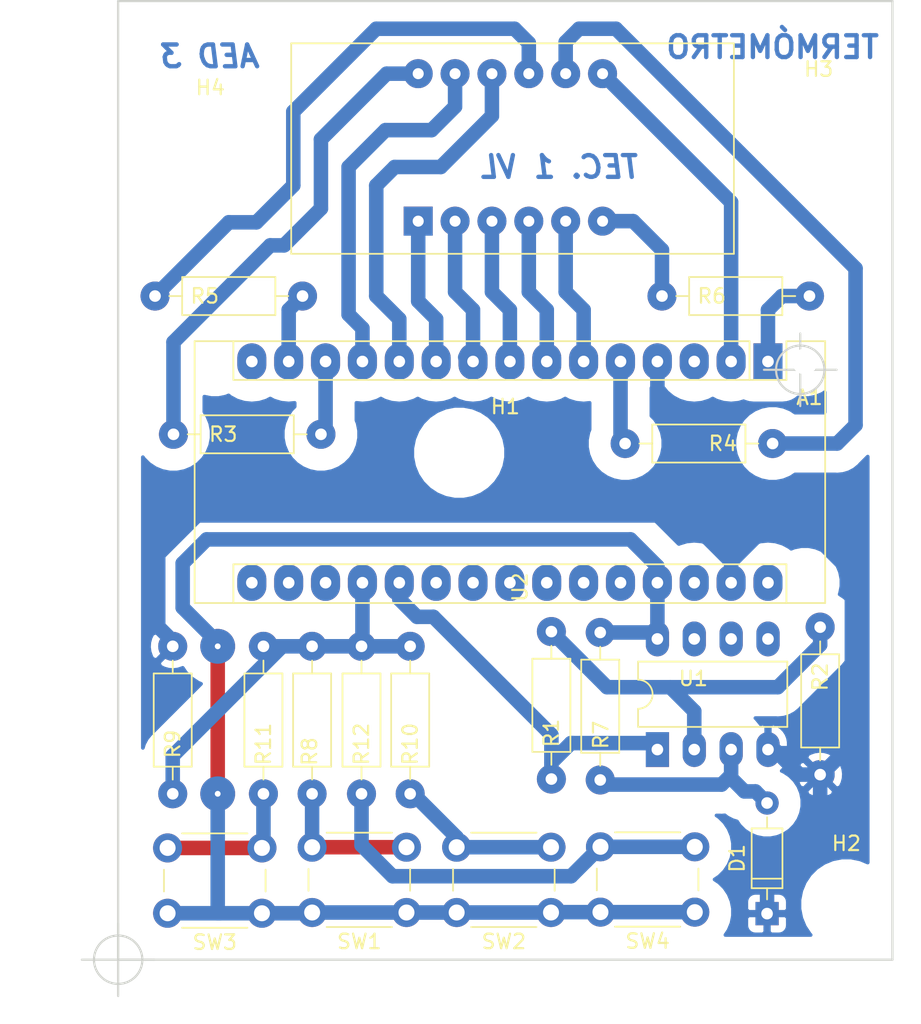
<source format=kicad_pcb>
(kicad_pcb (version 20171130) (host pcbnew 5.1.10)

  (general
    (thickness 1.6)
    (drawings 11)
    (tracks 166)
    (zones 0)
    (modules 24)
    (nets 40)
  )

  (page A4)
  (layers
    (0 F.Cu signal)
    (31 B.Cu signal)
    (32 B.Adhes user)
    (33 F.Adhes user)
    (34 B.Paste user)
    (35 F.Paste user)
    (36 B.SilkS user)
    (37 F.SilkS user)
    (38 B.Mask user)
    (39 F.Mask user)
    (40 Dwgs.User user)
    (41 Cmts.User user)
    (42 Eco1.User user)
    (43 Eco2.User user)
    (44 Edge.Cuts user)
    (45 Margin user)
    (46 B.CrtYd user)
    (47 F.CrtYd user)
    (48 B.Fab user)
    (49 F.Fab user)
  )

  (setup
    (last_trace_width 1)
    (trace_clearance 0.5)
    (zone_clearance 1.5)
    (zone_45_only no)
    (trace_min 0.2)
    (via_size 0.8)
    (via_drill 0.4)
    (via_min_size 0.4)
    (via_min_drill 0.3)
    (uvia_size 0.3)
    (uvia_drill 0.1)
    (uvias_allowed no)
    (uvia_min_size 0.2)
    (uvia_min_drill 0.1)
    (edge_width 0.15)
    (segment_width 0.2)
    (pcb_text_width 0.3)
    (pcb_text_size 1.5 1.5)
    (mod_edge_width 0.15)
    (mod_text_size 1 1)
    (mod_text_width 0.15)
    (pad_size 3.2 3.2)
    (pad_drill 3.2)
    (pad_to_mask_clearance 0.2)
    (aux_axis_origin 110.257165 138.929767)
    (grid_origin 110.257165 138.929767)
    (visible_elements 7FFFFFFF)
    (pcbplotparams
      (layerselection 0x010fc_ffffffff)
      (usegerberextensions false)
      (usegerberattributes false)
      (usegerberadvancedattributes false)
      (creategerberjobfile false)
      (excludeedgelayer true)
      (linewidth 0.100000)
      (plotframeref false)
      (viasonmask false)
      (mode 1)
      (useauxorigin false)
      (hpglpennumber 1)
      (hpglpenspeed 20)
      (hpglpendiameter 15.000000)
      (psnegative false)
      (psa4output false)
      (plotreference true)
      (plotvalue true)
      (plotinvisibletext false)
      (padsonsilk false)
      (subtractmaskfromsilk false)
      (outputformat 1)
      (mirror false)
      (drillshape 1)
      (scaleselection 1)
      (outputdirectory ""))
  )

  (net 0 "")
  (net 1 "Net-(R1-Pad1)")
  (net 2 GND)
  (net 3 "Net-(R3-Pad2)")
  (net 4 /CC1)
  (net 5 /CC3)
  (net 6 "Net-(R4-Pad2)")
  (net 7 "Net-(R5-Pad2)")
  (net 8 /CC2)
  (net 9 /CC4)
  (net 10 "Net-(R6-Pad2)")
  (net 11 +5V)
  (net 12 "Net-(D1-Pad2)")
  (net 13 /a)
  (net 14 /f)
  (net 15 /b)
  (net 16 /g)
  (net 17 /c)
  (net 18 /d)
  (net 19 /e)
  (net 20 "Net-(A1-Pad17)")
  (net 21 "Net-(A1-Pad18)")
  (net 22 "Net-(A1-Pad21)")
  (net 23 "Net-(A1-Pad22)")
  (net 24 "Net-(A1-Pad23)")
  (net 25 "Net-(A1-Pad24)")
  (net 26 "Net-(A1-Pad25)")
  (net 27 /DPX)
  (net 28 "Net-(A1-Pad26)")
  (net 29 "Net-(A1-Pad28)")
  (net 30 "Net-(A1-Pad30)")
  (net 31 "Net-(A1-Pad15)")
  (net 32 "Net-(A1-Pad16)")
  (net 33 "Net-(R12-Pad2)")
  (net 34 "Net-(R8-Pad2)")
  (net 35 "Net-(R10-Pad2)")
  (net 36 "Net-(R11-Pad2)")
  (net 37 "Net-(A1-Pad20)")
  (net 38 /A0)
  (net 39 "Net-(A1-Pad3)")

  (net_class Default "Esta es la clase de red por defecto."
    (clearance 0.5)
    (trace_width 1)
    (via_dia 0.8)
    (via_drill 0.4)
    (uvia_dia 0.3)
    (uvia_drill 0.1)
    (add_net /A0)
    (add_net /CC1)
    (add_net /CC2)
    (add_net /CC3)
    (add_net /CC4)
    (add_net /DPX)
    (add_net /a)
    (add_net /b)
    (add_net /c)
    (add_net /d)
    (add_net /e)
    (add_net /f)
    (add_net /g)
    (add_net GND)
    (add_net "Net-(A1-Pad15)")
    (add_net "Net-(A1-Pad16)")
    (add_net "Net-(A1-Pad17)")
    (add_net "Net-(A1-Pad18)")
    (add_net "Net-(A1-Pad20)")
    (add_net "Net-(A1-Pad21)")
    (add_net "Net-(A1-Pad22)")
    (add_net "Net-(A1-Pad23)")
    (add_net "Net-(A1-Pad24)")
    (add_net "Net-(A1-Pad25)")
    (add_net "Net-(A1-Pad26)")
    (add_net "Net-(A1-Pad28)")
    (add_net "Net-(A1-Pad3)")
    (add_net "Net-(A1-Pad30)")
    (add_net "Net-(D1-Pad2)")
    (add_net "Net-(R1-Pad1)")
    (add_net "Net-(R10-Pad2)")
    (add_net "Net-(R11-Pad2)")
    (add_net "Net-(R12-Pad2)")
    (add_net "Net-(R3-Pad2)")
    (add_net "Net-(R4-Pad2)")
    (add_net "Net-(R5-Pad2)")
    (add_net "Net-(R6-Pad2)")
    (add_net "Net-(R8-Pad2)")
  )

  (net_class Power ""
    (clearance 0.5)
    (trace_width 1)
    (via_dia 2.4)
    (via_drill 0.4)
    (uvia_dia 0.3)
    (uvia_drill 0.1)
    (add_net +5V)
  )

  (module LibreriaCustumLemos:R_Axial_DIN0207_L6.3mm_D2.5mm_P10.16mm_Horizontal (layer F.Cu) (tedit 5D45C279) (tstamp 5D470BE6)
    (at 127.021165 117.339767 270)
    (descr "Resistor, Axial_DIN0207 series, Axial, Horizontal, pin pitch=10.16mm, 0.25W = 1/4W, length*diameter=6.3*2.5mm^2, http://cdn-reichelt.de/documents/datenblatt/B400/1_4W%23YAG.pdf")
    (tags "Resistor Axial_DIN0207 series Axial Horizontal pin pitch 10.16mm 0.25W = 1/4W length 6.3mm diameter 2.5mm")
    (path /5D23C8A1)
    (fp_text reference R12 (at 6.731 0 270) (layer F.SilkS)
      (effects (font (size 1 1) (thickness 0.15)))
    )
    (fp_text value 4700 (at 3.683 0 270) (layer F.Fab)
      (effects (font (size 1 1) (thickness 0.15)))
    )
    (fp_line (start 1.93 -1.25) (end 1.93 1.25) (layer F.Fab) (width 0.1))
    (fp_line (start 1.93 1.25) (end 8.23 1.25) (layer F.Fab) (width 0.1))
    (fp_line (start 8.23 1.25) (end 8.23 -1.25) (layer F.Fab) (width 0.1))
    (fp_line (start 8.23 -1.25) (end 1.93 -1.25) (layer F.Fab) (width 0.1))
    (fp_line (start 0 0) (end 1.93 0) (layer F.Fab) (width 0.1))
    (fp_line (start 10.16 0) (end 8.23 0) (layer F.Fab) (width 0.1))
    (fp_line (start 1.87 -1.31) (end 1.87 1.31) (layer F.SilkS) (width 0.12))
    (fp_line (start 1.87 1.31) (end 8.29 1.31) (layer F.SilkS) (width 0.12))
    (fp_line (start 8.29 1.31) (end 8.29 -1.31) (layer F.SilkS) (width 0.12))
    (fp_line (start 8.29 -1.31) (end 1.87 -1.31) (layer F.SilkS) (width 0.12))
    (fp_line (start 0.98 0) (end 1.87 0) (layer F.SilkS) (width 0.12))
    (fp_line (start 9.18 0) (end 8.29 0) (layer F.SilkS) (width 0.12))
    (fp_line (start -1.05 -1.6) (end -1.05 1.6) (layer F.CrtYd) (width 0.05))
    (fp_line (start -1.05 1.6) (end 11.25 1.6) (layer F.CrtYd) (width 0.05))
    (fp_line (start 11.25 1.6) (end 11.25 -1.6) (layer F.CrtYd) (width 0.05))
    (fp_line (start 11.25 -1.6) (end -1.05 -1.6) (layer F.CrtYd) (width 0.05))
    (pad 1 thru_hole circle (at 0 0 270) (size 2 2) (drill 0.8) (layers *.Cu *.Mask)
      (net 38 /A0))
    (pad 2 thru_hole circle (at 10.16 0 270) (size 2 2) (drill 0.8) (layers *.Cu *.Mask)
      (net 33 "Net-(R12-Pad2)"))
    (model ${KISYS3DMOD}/Resistors_THT.3dshapes/R_Axial_DIN0207_L6.3mm_D2.5mm_P10.16mm_Horizontal.wrl
      (at (xyz 0 0 0))
      (scale (xyz 0.393701 0.393701 0.393701))
      (rotate (xyz 0 0 0))
    )
    (model ${USER3DMOD}/Resistor_THT.3dshapes/R_Axial_DIN0207_L6.3mm_D2.5mm_P10.16mm_Horizontal.step
      (at (xyz 0 0 0))
      (scale (xyz 1 1 1))
      (rotate (xyz 0 0 0))
    )
  )

  (module LibreriaCustumLemos:R_Axial_DIN0207_L6.3mm_D2.5mm_P10.16mm_Horizontal (layer F.Cu) (tedit 5D45C279) (tstamp 5D4D543B)
    (at 120.264765 117.339767 270)
    (descr "Resistor, Axial_DIN0207 series, Axial, Horizontal, pin pitch=10.16mm, 0.25W = 1/4W, length*diameter=6.3*2.5mm^2, http://cdn-reichelt.de/documents/datenblatt/B400/1_4W%23YAG.pdf")
    (tags "Resistor Axial_DIN0207 series Axial Horizontal pin pitch 10.16mm 0.25W = 1/4W length 6.3mm diameter 2.5mm")
    (path /5D23C818)
    (fp_text reference R11 (at 6.731 0 90) (layer F.SilkS)
      (effects (font (size 1 1) (thickness 0.15)))
    )
    (fp_text value 3300 (at 3.683 0 270) (layer F.Fab)
      (effects (font (size 1 1) (thickness 0.15)))
    )
    (fp_line (start 1.93 -1.25) (end 1.93 1.25) (layer F.Fab) (width 0.1))
    (fp_line (start 1.93 1.25) (end 8.23 1.25) (layer F.Fab) (width 0.1))
    (fp_line (start 8.23 1.25) (end 8.23 -1.25) (layer F.Fab) (width 0.1))
    (fp_line (start 8.23 -1.25) (end 1.93 -1.25) (layer F.Fab) (width 0.1))
    (fp_line (start 0 0) (end 1.93 0) (layer F.Fab) (width 0.1))
    (fp_line (start 10.16 0) (end 8.23 0) (layer F.Fab) (width 0.1))
    (fp_line (start 1.87 -1.31) (end 1.87 1.31) (layer F.SilkS) (width 0.12))
    (fp_line (start 1.87 1.31) (end 8.29 1.31) (layer F.SilkS) (width 0.12))
    (fp_line (start 8.29 1.31) (end 8.29 -1.31) (layer F.SilkS) (width 0.12))
    (fp_line (start 8.29 -1.31) (end 1.87 -1.31) (layer F.SilkS) (width 0.12))
    (fp_line (start 0.98 0) (end 1.87 0) (layer F.SilkS) (width 0.12))
    (fp_line (start 9.18 0) (end 8.29 0) (layer F.SilkS) (width 0.12))
    (fp_line (start -1.05 -1.6) (end -1.05 1.6) (layer F.CrtYd) (width 0.05))
    (fp_line (start -1.05 1.6) (end 11.25 1.6) (layer F.CrtYd) (width 0.05))
    (fp_line (start 11.25 1.6) (end 11.25 -1.6) (layer F.CrtYd) (width 0.05))
    (fp_line (start 11.25 -1.6) (end -1.05 -1.6) (layer F.CrtYd) (width 0.05))
    (pad 1 thru_hole circle (at 0 0 270) (size 2 2) (drill 0.8) (layers *.Cu *.Mask)
      (net 38 /A0))
    (pad 2 thru_hole circle (at 10.16 0 270) (size 2 2) (drill 0.8) (layers *.Cu *.Mask)
      (net 36 "Net-(R11-Pad2)"))
    (model ${KISYS3DMOD}/Resistors_THT.3dshapes/R_Axial_DIN0207_L6.3mm_D2.5mm_P10.16mm_Horizontal.wrl
      (at (xyz 0 0 0))
      (scale (xyz 0.393701 0.393701 0.393701))
      (rotate (xyz 0 0 0))
    )
    (model ${USER3DMOD}/Resistor_THT.3dshapes/R_Axial_DIN0207_L6.3mm_D2.5mm_P10.16mm_Horizontal.step
      (at (xyz 0 0 0))
      (scale (xyz 1 1 1))
      (rotate (xyz 0 0 0))
    )
  )

  (module LibreriaCustumLemos:R_Axial_DIN0207_L6.3mm_D2.5mm_P10.16mm_Horizontal (layer F.Cu) (tedit 5D45C279) (tstamp 5D470B51)
    (at 130.373965 117.339767 270)
    (descr "Resistor, Axial_DIN0207 series, Axial, Horizontal, pin pitch=10.16mm, 0.25W = 1/4W, length*diameter=6.3*2.5mm^2, http://cdn-reichelt.de/documents/datenblatt/B400/1_4W%23YAG.pdf")
    (tags "Resistor Axial_DIN0207 series Axial Horizontal pin pitch 10.16mm 0.25W = 1/4W length 6.3mm diameter 2.5mm")
    (path /5D23C7D8)
    (fp_text reference R10 (at 6.731 0 270) (layer F.SilkS)
      (effects (font (size 1 1) (thickness 0.15)))
    )
    (fp_text value 2200 (at 3.683 0 270) (layer F.Fab)
      (effects (font (size 1 1) (thickness 0.15)))
    )
    (fp_line (start 1.93 -1.25) (end 1.93 1.25) (layer F.Fab) (width 0.1))
    (fp_line (start 1.93 1.25) (end 8.23 1.25) (layer F.Fab) (width 0.1))
    (fp_line (start 8.23 1.25) (end 8.23 -1.25) (layer F.Fab) (width 0.1))
    (fp_line (start 8.23 -1.25) (end 1.93 -1.25) (layer F.Fab) (width 0.1))
    (fp_line (start 0 0) (end 1.93 0) (layer F.Fab) (width 0.1))
    (fp_line (start 10.16 0) (end 8.23 0) (layer F.Fab) (width 0.1))
    (fp_line (start 1.87 -1.31) (end 1.87 1.31) (layer F.SilkS) (width 0.12))
    (fp_line (start 1.87 1.31) (end 8.29 1.31) (layer F.SilkS) (width 0.12))
    (fp_line (start 8.29 1.31) (end 8.29 -1.31) (layer F.SilkS) (width 0.12))
    (fp_line (start 8.29 -1.31) (end 1.87 -1.31) (layer F.SilkS) (width 0.12))
    (fp_line (start 0.98 0) (end 1.87 0) (layer F.SilkS) (width 0.12))
    (fp_line (start 9.18 0) (end 8.29 0) (layer F.SilkS) (width 0.12))
    (fp_line (start -1.05 -1.6) (end -1.05 1.6) (layer F.CrtYd) (width 0.05))
    (fp_line (start -1.05 1.6) (end 11.25 1.6) (layer F.CrtYd) (width 0.05))
    (fp_line (start 11.25 1.6) (end 11.25 -1.6) (layer F.CrtYd) (width 0.05))
    (fp_line (start 11.25 -1.6) (end -1.05 -1.6) (layer F.CrtYd) (width 0.05))
    (pad 1 thru_hole circle (at 0 0 270) (size 2 2) (drill 0.8) (layers *.Cu *.Mask)
      (net 38 /A0))
    (pad 2 thru_hole circle (at 10.16 0 270) (size 2 2) (drill 0.8) (layers *.Cu *.Mask)
      (net 35 "Net-(R10-Pad2)"))
    (model ${KISYS3DMOD}/Resistors_THT.3dshapes/R_Axial_DIN0207_L6.3mm_D2.5mm_P10.16mm_Horizontal.wrl
      (at (xyz 0 0 0))
      (scale (xyz 0.393701 0.393701 0.393701))
      (rotate (xyz 0 0 0))
    )
    (model ${USER3DMOD}/Resistor_THT.3dshapes/R_Axial_DIN0207_L6.3mm_D2.5mm_P10.16mm_Horizontal.step
      (at (xyz 0 0 0))
      (scale (xyz 1 1 1))
      (rotate (xyz 0 0 0))
    )
  )

  (module LibreriaCustumLemos:R_Axial_DIN0207_L6.3mm_D2.5mm_P10.16mm_Horizontal (layer F.Cu) (tedit 5D45C279) (tstamp 5D467FAE)
    (at 114.016365 117.339767 270)
    (descr "Resistor, Axial_DIN0207 series, Axial, Horizontal, pin pitch=10.16mm, 0.25W = 1/4W, length*diameter=6.3*2.5mm^2, http://cdn-reichelt.de/documents/datenblatt/B400/1_4W%23YAG.pdf")
    (tags "Resistor Axial_DIN0207 series Axial Horizontal pin pitch 10.16mm 0.25W = 1/4W length 6.3mm diameter 2.5mm")
    (path /5D23C8DF)
    (fp_text reference R9 (at 6.731 0 270) (layer F.SilkS)
      (effects (font (size 1 1) (thickness 0.15)))
    )
    (fp_text value 1000 (at 3.683 0 270) (layer F.Fab)
      (effects (font (size 1 1) (thickness 0.15)))
    )
    (fp_line (start 1.93 -1.25) (end 1.93 1.25) (layer F.Fab) (width 0.1))
    (fp_line (start 1.93 1.25) (end 8.23 1.25) (layer F.Fab) (width 0.1))
    (fp_line (start 8.23 1.25) (end 8.23 -1.25) (layer F.Fab) (width 0.1))
    (fp_line (start 8.23 -1.25) (end 1.93 -1.25) (layer F.Fab) (width 0.1))
    (fp_line (start 0 0) (end 1.93 0) (layer F.Fab) (width 0.1))
    (fp_line (start 10.16 0) (end 8.23 0) (layer F.Fab) (width 0.1))
    (fp_line (start 1.87 -1.31) (end 1.87 1.31) (layer F.SilkS) (width 0.12))
    (fp_line (start 1.87 1.31) (end 8.29 1.31) (layer F.SilkS) (width 0.12))
    (fp_line (start 8.29 1.31) (end 8.29 -1.31) (layer F.SilkS) (width 0.12))
    (fp_line (start 8.29 -1.31) (end 1.87 -1.31) (layer F.SilkS) (width 0.12))
    (fp_line (start 0.98 0) (end 1.87 0) (layer F.SilkS) (width 0.12))
    (fp_line (start 9.18 0) (end 8.29 0) (layer F.SilkS) (width 0.12))
    (fp_line (start -1.05 -1.6) (end -1.05 1.6) (layer F.CrtYd) (width 0.05))
    (fp_line (start -1.05 1.6) (end 11.25 1.6) (layer F.CrtYd) (width 0.05))
    (fp_line (start 11.25 1.6) (end 11.25 -1.6) (layer F.CrtYd) (width 0.05))
    (fp_line (start 11.25 -1.6) (end -1.05 -1.6) (layer F.CrtYd) (width 0.05))
    (pad 1 thru_hole circle (at 0 0 270) (size 2 2) (drill 0.8) (layers *.Cu *.Mask)
      (net 2 GND))
    (pad 2 thru_hole circle (at 10.16 0 270) (size 2 2) (drill 0.8) (layers *.Cu *.Mask)
      (net 38 /A0))
    (model ${KISYS3DMOD}/Resistors_THT.3dshapes/R_Axial_DIN0207_L6.3mm_D2.5mm_P10.16mm_Horizontal.wrl
      (at (xyz 0 0 0))
      (scale (xyz 0.393701 0.393701 0.393701))
      (rotate (xyz 0 0 0))
    )
    (model ${USER3DMOD}/Resistor_THT.3dshapes/R_Axial_DIN0207_L6.3mm_D2.5mm_P10.16mm_Horizontal.step
      (at (xyz 0 0 0))
      (scale (xyz 1 1 1))
      (rotate (xyz 0 0 0))
    )
  )

  (module LibreriaCustumLemos:R_Axial_DIN0207_L6.3mm_D2.5mm_P10.16mm_Horizontal (layer F.Cu) (tedit 5D45C279) (tstamp 5D467F99)
    (at 123.617565 117.339767 270)
    (descr "Resistor, Axial_DIN0207 series, Axial, Horizontal, pin pitch=10.16mm, 0.25W = 1/4W, length*diameter=6.3*2.5mm^2, http://cdn-reichelt.de/documents/datenblatt/B400/1_4W%23YAG.pdf")
    (tags "Resistor Axial_DIN0207 series Axial Horizontal pin pitch 10.16mm 0.25W = 1/4W length 6.3mm diameter 2.5mm")
    (path /5D23C6F7)
    (fp_text reference R8 (at 7.247233 0.173565 270) (layer F.SilkS)
      (effects (font (size 1 1) (thickness 0.15)))
    )
    (fp_text value 1000 (at 3.683 0 270) (layer F.Fab)
      (effects (font (size 1 1) (thickness 0.15)))
    )
    (fp_line (start 1.93 -1.25) (end 1.93 1.25) (layer F.Fab) (width 0.1))
    (fp_line (start 1.93 1.25) (end 8.23 1.25) (layer F.Fab) (width 0.1))
    (fp_line (start 8.23 1.25) (end 8.23 -1.25) (layer F.Fab) (width 0.1))
    (fp_line (start 8.23 -1.25) (end 1.93 -1.25) (layer F.Fab) (width 0.1))
    (fp_line (start 0 0) (end 1.93 0) (layer F.Fab) (width 0.1))
    (fp_line (start 10.16 0) (end 8.23 0) (layer F.Fab) (width 0.1))
    (fp_line (start 1.87 -1.31) (end 1.87 1.31) (layer F.SilkS) (width 0.12))
    (fp_line (start 1.87 1.31) (end 8.29 1.31) (layer F.SilkS) (width 0.12))
    (fp_line (start 8.29 1.31) (end 8.29 -1.31) (layer F.SilkS) (width 0.12))
    (fp_line (start 8.29 -1.31) (end 1.87 -1.31) (layer F.SilkS) (width 0.12))
    (fp_line (start 0.98 0) (end 1.87 0) (layer F.SilkS) (width 0.12))
    (fp_line (start 9.18 0) (end 8.29 0) (layer F.SilkS) (width 0.12))
    (fp_line (start -1.05 -1.6) (end -1.05 1.6) (layer F.CrtYd) (width 0.05))
    (fp_line (start -1.05 1.6) (end 11.25 1.6) (layer F.CrtYd) (width 0.05))
    (fp_line (start 11.25 1.6) (end 11.25 -1.6) (layer F.CrtYd) (width 0.05))
    (fp_line (start 11.25 -1.6) (end -1.05 -1.6) (layer F.CrtYd) (width 0.05))
    (pad 1 thru_hole circle (at 0 0 270) (size 2 2) (drill 0.8) (layers *.Cu *.Mask)
      (net 38 /A0))
    (pad 2 thru_hole circle (at 10.16 0 270) (size 2 2) (drill 0.8) (layers *.Cu *.Mask)
      (net 34 "Net-(R8-Pad2)"))
    (model ${KISYS3DMOD}/Resistors_THT.3dshapes/R_Axial_DIN0207_L6.3mm_D2.5mm_P10.16mm_Horizontal.wrl
      (at (xyz 0 0 0))
      (scale (xyz 0.393701 0.393701 0.393701))
      (rotate (xyz 0 0 0))
    )
    (model ${USER3DMOD}/Resistor_THT.3dshapes/R_Axial_DIN0207_L6.3mm_D2.5mm_P10.16mm_Horizontal.step
      (at (xyz 0 0 0))
      (scale (xyz 1 1 1))
      (rotate (xyz 0 0 0))
    )
  )

  (module LibreriaCustumLemos:R_Axial_DIN0207_L6.3mm_D2.5mm_P10.16mm_Horizontal (layer F.Cu) (tedit 5D45C279) (tstamp 5D467F84)
    (at 143.467665 126.547267 90)
    (descr "Resistor, Axial_DIN0207 series, Axial, Horizontal, pin pitch=10.16mm, 0.25W = 1/4W, length*diameter=6.3*2.5mm^2, http://cdn-reichelt.de/documents/datenblatt/B400/1_4W%23YAG.pdf")
    (tags "Resistor Axial_DIN0207 series Axial Horizontal pin pitch 10.16mm 0.25W = 1/4W length 6.3mm diameter 2.5mm")
    (path /5D2366ED)
    (fp_text reference R7 (at 3.103267 0.042335 90) (layer F.SilkS)
      (effects (font (size 1 1) (thickness 0.15)))
    )
    (fp_text value 4700 (at 6.278267 0 90) (layer F.Fab)
      (effects (font (size 1 1) (thickness 0.15)))
    )
    (fp_line (start 1.93 -1.25) (end 1.93 1.25) (layer F.Fab) (width 0.1))
    (fp_line (start 1.93 1.25) (end 8.23 1.25) (layer F.Fab) (width 0.1))
    (fp_line (start 8.23 1.25) (end 8.23 -1.25) (layer F.Fab) (width 0.1))
    (fp_line (start 8.23 -1.25) (end 1.93 -1.25) (layer F.Fab) (width 0.1))
    (fp_line (start 0 0) (end 1.93 0) (layer F.Fab) (width 0.1))
    (fp_line (start 10.16 0) (end 8.23 0) (layer F.Fab) (width 0.1))
    (fp_line (start 1.87 -1.31) (end 1.87 1.31) (layer F.SilkS) (width 0.12))
    (fp_line (start 1.87 1.31) (end 8.29 1.31) (layer F.SilkS) (width 0.12))
    (fp_line (start 8.29 1.31) (end 8.29 -1.31) (layer F.SilkS) (width 0.12))
    (fp_line (start 8.29 -1.31) (end 1.87 -1.31) (layer F.SilkS) (width 0.12))
    (fp_line (start 0.98 0) (end 1.87 0) (layer F.SilkS) (width 0.12))
    (fp_line (start 9.18 0) (end 8.29 0) (layer F.SilkS) (width 0.12))
    (fp_line (start -1.05 -1.6) (end -1.05 1.6) (layer F.CrtYd) (width 0.05))
    (fp_line (start -1.05 1.6) (end 11.25 1.6) (layer F.CrtYd) (width 0.05))
    (fp_line (start 11.25 1.6) (end 11.25 -1.6) (layer F.CrtYd) (width 0.05))
    (fp_line (start 11.25 -1.6) (end -1.05 -1.6) (layer F.CrtYd) (width 0.05))
    (pad 1 thru_hole circle (at 0 0 90) (size 2 2) (drill 0.8) (layers *.Cu *.Mask)
      (net 12 "Net-(D1-Pad2)"))
    (pad 2 thru_hole circle (at 10.16 0 90) (size 2 2) (drill 0.8) (layers *.Cu *.Mask)
      (net 11 +5V))
    (model ${KISYS3DMOD}/Resistors_THT.3dshapes/R_Axial_DIN0207_L6.3mm_D2.5mm_P10.16mm_Horizontal.wrl
      (at (xyz 0 0 0))
      (scale (xyz 0.393701 0.393701 0.393701))
      (rotate (xyz 0 0 0))
    )
    (model ${USER3DMOD}/Resistor_THT.3dshapes/R_Axial_DIN0207_L6.3mm_D2.5mm_P10.16mm_Horizontal.step
      (at (xyz 0 0 0))
      (scale (xyz 1 1 1))
      (rotate (xyz 0 0 0))
    )
  )

  (module LibreriaCustumLemos:R_Axial_DIN0207_L6.3mm_D2.5mm_P10.16mm_Horizontal (layer F.Cu) (tedit 5D45C279) (tstamp 610A18D2)
    (at 157.882165 93.209767 180)
    (descr "Resistor, Axial_DIN0207 series, Axial, Horizontal, pin pitch=10.16mm, 0.25W = 1/4W, length*diameter=6.3*2.5mm^2, http://cdn-reichelt.de/documents/datenblatt/B400/1_4W%23YAG.pdf")
    (tags "Resistor Axial_DIN0207 series Axial Horizontal pin pitch 10.16mm 0.25W = 1/4W length 6.3mm diameter 2.5mm")
    (path /5D22B057)
    (fp_text reference R6 (at 6.731 0 180) (layer F.SilkS)
      (effects (font (size 1 1) (thickness 0.15)))
    )
    (fp_text value 470 (at 3.683 0 180) (layer F.Fab)
      (effects (font (size 1 1) (thickness 0.15)))
    )
    (fp_line (start 1.93 -1.25) (end 1.93 1.25) (layer F.Fab) (width 0.1))
    (fp_line (start 1.93 1.25) (end 8.23 1.25) (layer F.Fab) (width 0.1))
    (fp_line (start 8.23 1.25) (end 8.23 -1.25) (layer F.Fab) (width 0.1))
    (fp_line (start 8.23 -1.25) (end 1.93 -1.25) (layer F.Fab) (width 0.1))
    (fp_line (start 0 0) (end 1.93 0) (layer F.Fab) (width 0.1))
    (fp_line (start 10.16 0) (end 8.23 0) (layer F.Fab) (width 0.1))
    (fp_line (start 1.87 -1.31) (end 1.87 1.31) (layer F.SilkS) (width 0.12))
    (fp_line (start 1.87 1.31) (end 8.29 1.31) (layer F.SilkS) (width 0.12))
    (fp_line (start 8.29 1.31) (end 8.29 -1.31) (layer F.SilkS) (width 0.12))
    (fp_line (start 8.29 -1.31) (end 1.87 -1.31) (layer F.SilkS) (width 0.12))
    (fp_line (start 0.98 0) (end 1.87 0) (layer F.SilkS) (width 0.12))
    (fp_line (start 9.18 0) (end 8.29 0) (layer F.SilkS) (width 0.12))
    (fp_line (start -1.05 -1.6) (end -1.05 1.6) (layer F.CrtYd) (width 0.05))
    (fp_line (start -1.05 1.6) (end 11.25 1.6) (layer F.CrtYd) (width 0.05))
    (fp_line (start 11.25 1.6) (end 11.25 -1.6) (layer F.CrtYd) (width 0.05))
    (fp_line (start 11.25 -1.6) (end -1.05 -1.6) (layer F.CrtYd) (width 0.05))
    (pad 1 thru_hole circle (at 0 0 180) (size 2 2) (drill 0.8) (layers *.Cu *.Mask)
      (net 9 /CC4))
    (pad 2 thru_hole circle (at 10.16 0 180) (size 2 2) (drill 0.8) (layers *.Cu *.Mask)
      (net 10 "Net-(R6-Pad2)"))
    (model ${KISYS3DMOD}/Resistors_THT.3dshapes/R_Axial_DIN0207_L6.3mm_D2.5mm_P10.16mm_Horizontal.wrl
      (at (xyz 0 0 0))
      (scale (xyz 0.393701 0.393701 0.393701))
      (rotate (xyz 0 0 0))
    )
    (model ${USER3DMOD}/Resistor_THT.3dshapes/R_Axial_DIN0207_L6.3mm_D2.5mm_P10.16mm_Horizontal.step
      (at (xyz 0 0 0))
      (scale (xyz 1 1 1))
      (rotate (xyz 0 0 0))
    )
  )

  (module LibreriaCustumLemos:R_Axial_DIN0207_L6.3mm_D2.5mm_P10.16mm_Horizontal (layer F.Cu) (tedit 5D45C279) (tstamp 610A180C)
    (at 122.957165 93.209767 180)
    (descr "Resistor, Axial_DIN0207 series, Axial, Horizontal, pin pitch=10.16mm, 0.25W = 1/4W, length*diameter=6.3*2.5mm^2, http://cdn-reichelt.de/documents/datenblatt/B400/1_4W%23YAG.pdf")
    (tags "Resistor Axial_DIN0207 series Axial Horizontal pin pitch 10.16mm 0.25W = 1/4W length 6.3mm diameter 2.5mm")
    (path /5D22AFBA)
    (fp_text reference R5 (at 6.731 0) (layer F.SilkS)
      (effects (font (size 1 1) (thickness 0.15)))
    )
    (fp_text value 470 (at 3.683 0) (layer F.Fab)
      (effects (font (size 1 1) (thickness 0.15)))
    )
    (fp_line (start 1.93 -1.25) (end 1.93 1.25) (layer F.Fab) (width 0.1))
    (fp_line (start 1.93 1.25) (end 8.23 1.25) (layer F.Fab) (width 0.1))
    (fp_line (start 8.23 1.25) (end 8.23 -1.25) (layer F.Fab) (width 0.1))
    (fp_line (start 8.23 -1.25) (end 1.93 -1.25) (layer F.Fab) (width 0.1))
    (fp_line (start 0 0) (end 1.93 0) (layer F.Fab) (width 0.1))
    (fp_line (start 10.16 0) (end 8.23 0) (layer F.Fab) (width 0.1))
    (fp_line (start 1.87 -1.31) (end 1.87 1.31) (layer F.SilkS) (width 0.12))
    (fp_line (start 1.87 1.31) (end 8.29 1.31) (layer F.SilkS) (width 0.12))
    (fp_line (start 8.29 1.31) (end 8.29 -1.31) (layer F.SilkS) (width 0.12))
    (fp_line (start 8.29 -1.31) (end 1.87 -1.31) (layer F.SilkS) (width 0.12))
    (fp_line (start 0.98 0) (end 1.87 0) (layer F.SilkS) (width 0.12))
    (fp_line (start 9.18 0) (end 8.29 0) (layer F.SilkS) (width 0.12))
    (fp_line (start -1.05 -1.6) (end -1.05 1.6) (layer F.CrtYd) (width 0.05))
    (fp_line (start -1.05 1.6) (end 11.25 1.6) (layer F.CrtYd) (width 0.05))
    (fp_line (start 11.25 1.6) (end 11.25 -1.6) (layer F.CrtYd) (width 0.05))
    (fp_line (start 11.25 -1.6) (end -1.05 -1.6) (layer F.CrtYd) (width 0.05))
    (pad 1 thru_hole circle (at 0 0 180) (size 2 2) (drill 0.8) (layers *.Cu *.Mask)
      (net 8 /CC2))
    (pad 2 thru_hole circle (at 10.16 0 180) (size 2 2) (drill 0.8) (layers *.Cu *.Mask)
      (net 7 "Net-(R5-Pad2)"))
    (model ${KISYS3DMOD}/Resistors_THT.3dshapes/R_Axial_DIN0207_L6.3mm_D2.5mm_P10.16mm_Horizontal.wrl
      (at (xyz 0 0 0))
      (scale (xyz 0.393701 0.393701 0.393701))
      (rotate (xyz 0 0 0))
    )
    (model ${USER3DMOD}/Resistor_THT.3dshapes/R_Axial_DIN0207_L6.3mm_D2.5mm_P10.16mm_Horizontal.step
      (at (xyz 0 0 0))
      (scale (xyz 1 1 1))
      (rotate (xyz 0 0 0))
    )
  )

  (module LibreriaCustumLemos:R_Axial_DIN0207_L6.3mm_D2.5mm_P10.16mm_Horizontal (layer F.Cu) (tedit 5D45C279) (tstamp 61152EE8)
    (at 145.182165 103.369767)
    (descr "Resistor, Axial_DIN0207 series, Axial, Horizontal, pin pitch=10.16mm, 0.25W = 1/4W, length*diameter=6.3*2.5mm^2, http://cdn-reichelt.de/documents/datenblatt/B400/1_4W%23YAG.pdf")
    (tags "Resistor Axial_DIN0207 series Axial Horizontal pin pitch 10.16mm 0.25W = 1/4W length 6.3mm diameter 2.5mm")
    (path /5D22B012)
    (fp_text reference R4 (at 6.731 0) (layer F.SilkS)
      (effects (font (size 1 1) (thickness 0.15)))
    )
    (fp_text value 470 (at 3.683 0) (layer F.Fab)
      (effects (font (size 1 1) (thickness 0.15)))
    )
    (fp_line (start 1.93 -1.25) (end 1.93 1.25) (layer F.Fab) (width 0.1))
    (fp_line (start 1.93 1.25) (end 8.23 1.25) (layer F.Fab) (width 0.1))
    (fp_line (start 8.23 1.25) (end 8.23 -1.25) (layer F.Fab) (width 0.1))
    (fp_line (start 8.23 -1.25) (end 1.93 -1.25) (layer F.Fab) (width 0.1))
    (fp_line (start 0 0) (end 1.93 0) (layer F.Fab) (width 0.1))
    (fp_line (start 10.16 0) (end 8.23 0) (layer F.Fab) (width 0.1))
    (fp_line (start 1.87 -1.31) (end 1.87 1.31) (layer F.SilkS) (width 0.12))
    (fp_line (start 1.87 1.31) (end 8.29 1.31) (layer F.SilkS) (width 0.12))
    (fp_line (start 8.29 1.31) (end 8.29 -1.31) (layer F.SilkS) (width 0.12))
    (fp_line (start 8.29 -1.31) (end 1.87 -1.31) (layer F.SilkS) (width 0.12))
    (fp_line (start 0.98 0) (end 1.87 0) (layer F.SilkS) (width 0.12))
    (fp_line (start 9.18 0) (end 8.29 0) (layer F.SilkS) (width 0.12))
    (fp_line (start -1.05 -1.6) (end -1.05 1.6) (layer F.CrtYd) (width 0.05))
    (fp_line (start -1.05 1.6) (end 11.25 1.6) (layer F.CrtYd) (width 0.05))
    (fp_line (start 11.25 1.6) (end 11.25 -1.6) (layer F.CrtYd) (width 0.05))
    (fp_line (start 11.25 -1.6) (end -1.05 -1.6) (layer F.CrtYd) (width 0.05))
    (pad 1 thru_hole circle (at 0 0) (size 2 2) (drill 0.8) (layers *.Cu *.Mask)
      (net 5 /CC3))
    (pad 2 thru_hole circle (at 10.16 0) (size 2 2) (drill 0.8) (layers *.Cu *.Mask)
      (net 6 "Net-(R4-Pad2)"))
    (model ${KISYS3DMOD}/Resistors_THT.3dshapes/R_Axial_DIN0207_L6.3mm_D2.5mm_P10.16mm_Horizontal.wrl
      (at (xyz 0 0 0))
      (scale (xyz 0.393701 0.393701 0.393701))
      (rotate (xyz 0 0 0))
    )
    (model ${USER3DMOD}/Resistor_THT.3dshapes/R_Axial_DIN0207_L6.3mm_D2.5mm_P10.16mm_Horizontal.step
      (at (xyz 0 0 0))
      (scale (xyz 1 1 1))
      (rotate (xyz 0 0 0))
    )
  )

  (module LibreriaCustumLemos:R_Axial_DIN0207_L6.3mm_D2.5mm_P10.16mm_Horizontal (layer F.Cu) (tedit 5D45C279) (tstamp 610A1C94)
    (at 124.227165 102.734767 180)
    (descr "Resistor, Axial_DIN0207 series, Axial, Horizontal, pin pitch=10.16mm, 0.25W = 1/4W, length*diameter=6.3*2.5mm^2, http://cdn-reichelt.de/documents/datenblatt/B400/1_4W%23YAG.pdf")
    (tags "Resistor Axial_DIN0207 series Axial Horizontal pin pitch 10.16mm 0.25W = 1/4W length 6.3mm diameter 2.5mm")
    (path /5D22AF4D)
    (fp_text reference R3 (at 6.731 0) (layer F.SilkS)
      (effects (font (size 1 1) (thickness 0.15)))
    )
    (fp_text value 470 (at 3.6703 0) (layer F.Fab)
      (effects (font (size 1 1) (thickness 0.15)))
    )
    (fp_line (start 1.93 -1.25) (end 1.93 1.25) (layer F.Fab) (width 0.1))
    (fp_line (start 1.93 1.25) (end 8.23 1.25) (layer F.Fab) (width 0.1))
    (fp_line (start 8.23 1.25) (end 8.23 -1.25) (layer F.Fab) (width 0.1))
    (fp_line (start 8.23 -1.25) (end 1.93 -1.25) (layer F.Fab) (width 0.1))
    (fp_line (start 0 0) (end 1.93 0) (layer F.Fab) (width 0.1))
    (fp_line (start 10.16 0) (end 8.23 0) (layer F.Fab) (width 0.1))
    (fp_line (start 1.87 -1.31) (end 1.87 1.31) (layer F.SilkS) (width 0.12))
    (fp_line (start 1.87 1.31) (end 8.29 1.31) (layer F.SilkS) (width 0.12))
    (fp_line (start 8.29 1.31) (end 8.29 -1.31) (layer F.SilkS) (width 0.12))
    (fp_line (start 8.29 -1.31) (end 1.87 -1.31) (layer F.SilkS) (width 0.12))
    (fp_line (start 0.98 0) (end 1.87 0) (layer F.SilkS) (width 0.12))
    (fp_line (start 9.18 0) (end 8.29 0) (layer F.SilkS) (width 0.12))
    (fp_line (start -1.05 -1.6) (end -1.05 1.6) (layer F.CrtYd) (width 0.05))
    (fp_line (start -1.05 1.6) (end 11.25 1.6) (layer F.CrtYd) (width 0.05))
    (fp_line (start 11.25 1.6) (end 11.25 -1.6) (layer F.CrtYd) (width 0.05))
    (fp_line (start 11.25 -1.6) (end -1.05 -1.6) (layer F.CrtYd) (width 0.05))
    (pad 1 thru_hole circle (at 0 0 180) (size 2 2) (drill 0.8) (layers *.Cu *.Mask)
      (net 4 /CC1))
    (pad 2 thru_hole circle (at 10.16 0 180) (size 2 2) (drill 0.8) (layers *.Cu *.Mask)
      (net 3 "Net-(R3-Pad2)"))
    (model ${KISYS3DMOD}/Resistors_THT.3dshapes/R_Axial_DIN0207_L6.3mm_D2.5mm_P10.16mm_Horizontal.wrl
      (at (xyz 0 0 0))
      (scale (xyz 0.393701 0.393701 0.393701))
      (rotate (xyz 0 0 0))
    )
    (model ${USER3DMOD}/Resistor_THT.3dshapes/R_Axial_DIN0207_L6.3mm_D2.5mm_P10.16mm_Horizontal.step
      (at (xyz 0 0 0))
      (scale (xyz 1 1 1))
      (rotate (xyz 0 0 0))
    )
  )

  (module LibreriaCustumLemos:R_Axial_DIN0207_L6.3mm_D2.5mm_P10.16mm_Horizontal (layer F.Cu) (tedit 5D45C279) (tstamp 5D467F1B)
    (at 158.618765 126.178967 90)
    (descr "Resistor, Axial_DIN0207 series, Axial, Horizontal, pin pitch=10.16mm, 0.25W = 1/4W, length*diameter=6.3*2.5mm^2, http://cdn-reichelt.de/documents/datenblatt/B400/1_4W%23YAG.pdf")
    (tags "Resistor Axial_DIN0207 series Axial Horizontal pin pitch 10.16mm 0.25W = 1/4W length 6.3mm diameter 2.5mm")
    (path /5D22EFCE)
    (fp_text reference R2 (at 6.731 0 90) (layer F.SilkS)
      (effects (font (size 1 1) (thickness 0.15)))
    )
    (fp_text value 1k (at 3.683 0 90) (layer F.Fab)
      (effects (font (size 1 1) (thickness 0.15)))
    )
    (fp_line (start 1.93 -1.25) (end 1.93 1.25) (layer F.Fab) (width 0.1))
    (fp_line (start 1.93 1.25) (end 8.23 1.25) (layer F.Fab) (width 0.1))
    (fp_line (start 8.23 1.25) (end 8.23 -1.25) (layer F.Fab) (width 0.1))
    (fp_line (start 8.23 -1.25) (end 1.93 -1.25) (layer F.Fab) (width 0.1))
    (fp_line (start 0 0) (end 1.93 0) (layer F.Fab) (width 0.1))
    (fp_line (start 10.16 0) (end 8.23 0) (layer F.Fab) (width 0.1))
    (fp_line (start 1.87 -1.31) (end 1.87 1.31) (layer F.SilkS) (width 0.12))
    (fp_line (start 1.87 1.31) (end 8.29 1.31) (layer F.SilkS) (width 0.12))
    (fp_line (start 8.29 1.31) (end 8.29 -1.31) (layer F.SilkS) (width 0.12))
    (fp_line (start 8.29 -1.31) (end 1.87 -1.31) (layer F.SilkS) (width 0.12))
    (fp_line (start 0.98 0) (end 1.87 0) (layer F.SilkS) (width 0.12))
    (fp_line (start 9.18 0) (end 8.29 0) (layer F.SilkS) (width 0.12))
    (fp_line (start -1.05 -1.6) (end -1.05 1.6) (layer F.CrtYd) (width 0.05))
    (fp_line (start -1.05 1.6) (end 11.25 1.6) (layer F.CrtYd) (width 0.05))
    (fp_line (start 11.25 1.6) (end 11.25 -1.6) (layer F.CrtYd) (width 0.05))
    (fp_line (start 11.25 -1.6) (end -1.05 -1.6) (layer F.CrtYd) (width 0.05))
    (pad 1 thru_hole circle (at 0 0 90) (size 2 2) (drill 0.8) (layers *.Cu *.Mask)
      (net 2 GND))
    (pad 2 thru_hole circle (at 10.16 0 90) (size 2 2) (drill 0.8) (layers *.Cu *.Mask)
      (net 1 "Net-(R1-Pad1)"))
    (model ${KISYS3DMOD}/Resistors_THT.3dshapes/R_Axial_DIN0207_L6.3mm_D2.5mm_P10.16mm_Horizontal.wrl
      (at (xyz 0 0 0))
      (scale (xyz 0.393701 0.393701 0.393701))
      (rotate (xyz 0 0 0))
    )
    (model ${USER3DMOD}/Resistor_THT.3dshapes/R_Axial_DIN0207_L6.3mm_D2.5mm_P10.16mm_Horizontal.step
      (at (xyz 0 0 0))
      (scale (xyz 1 1 1))
      (rotate (xyz 0 0 0))
    )
  )

  (module LibreriaCustumLemos:R_Axial_DIN0207_L6.3mm_D2.5mm_P10.16mm_Horizontal (layer F.Cu) (tedit 5D45C279) (tstamp 5D467F06)
    (at 140.102165 116.323767 270)
    (descr "Resistor, Axial_DIN0207 series, Axial, Horizontal, pin pitch=10.16mm, 0.25W = 1/4W, length*diameter=6.3*2.5mm^2, http://cdn-reichelt.de/documents/datenblatt/B400/1_4W%23YAG.pdf")
    (tags "Resistor Axial_DIN0207 series Axial Horizontal pin pitch 10.16mm 0.25W = 1/4W length 6.3mm diameter 2.5mm")
    (path /5D22EF7C)
    (fp_text reference R1 (at 6.993233 0 270) (layer F.SilkS)
      (effects (font (size 1 1) (thickness 0.15)))
    )
    (fp_text value 2k2 (at 3.310233 -0.105835 270) (layer F.Fab)
      (effects (font (size 1 1) (thickness 0.15)))
    )
    (fp_line (start 1.93 -1.25) (end 1.93 1.25) (layer F.Fab) (width 0.1))
    (fp_line (start 1.93 1.25) (end 8.23 1.25) (layer F.Fab) (width 0.1))
    (fp_line (start 8.23 1.25) (end 8.23 -1.25) (layer F.Fab) (width 0.1))
    (fp_line (start 8.23 -1.25) (end 1.93 -1.25) (layer F.Fab) (width 0.1))
    (fp_line (start 0 0) (end 1.93 0) (layer F.Fab) (width 0.1))
    (fp_line (start 10.16 0) (end 8.23 0) (layer F.Fab) (width 0.1))
    (fp_line (start 1.87 -1.31) (end 1.87 1.31) (layer F.SilkS) (width 0.12))
    (fp_line (start 1.87 1.31) (end 8.29 1.31) (layer F.SilkS) (width 0.12))
    (fp_line (start 8.29 1.31) (end 8.29 -1.31) (layer F.SilkS) (width 0.12))
    (fp_line (start 8.29 -1.31) (end 1.87 -1.31) (layer F.SilkS) (width 0.12))
    (fp_line (start 0.98 0) (end 1.87 0) (layer F.SilkS) (width 0.12))
    (fp_line (start 9.18 0) (end 8.29 0) (layer F.SilkS) (width 0.12))
    (fp_line (start -1.05 -1.6) (end -1.05 1.6) (layer F.CrtYd) (width 0.05))
    (fp_line (start -1.05 1.6) (end 11.25 1.6) (layer F.CrtYd) (width 0.05))
    (fp_line (start 11.25 1.6) (end 11.25 -1.6) (layer F.CrtYd) (width 0.05))
    (fp_line (start 11.25 -1.6) (end -1.05 -1.6) (layer F.CrtYd) (width 0.05))
    (pad 1 thru_hole circle (at 0 0 270) (size 2 2) (drill 0.8) (layers *.Cu *.Mask)
      (net 1 "Net-(R1-Pad1)"))
    (pad 2 thru_hole circle (at 10.16 0 270) (size 2 2) (drill 0.8) (layers *.Cu *.Mask)
      (net 37 "Net-(A1-Pad20)"))
    (model ${KISYS3DMOD}/Resistors_THT.3dshapes/R_Axial_DIN0207_L6.3mm_D2.5mm_P10.16mm_Horizontal.wrl
      (at (xyz 0 0 0))
      (scale (xyz 0.393701 0.393701 0.393701))
      (rotate (xyz 0 0 0))
    )
    (model ${USER3DMOD}/Resistor_THT.3dshapes/R_Axial_DIN0207_L6.3mm_D2.5mm_P10.16mm_Horizontal.step
      (at (xyz 0 0 0))
      (scale (xyz 1 1 1))
      (rotate (xyz 0 0 0))
    )
  )

  (module MountingHole:MountingHole_3.2mm_M3 (layer F.Cu) (tedit 56D1B4CB) (tstamp 610A1AF6)
    (at 116.607165 83.049767)
    (descr "Mounting Hole 3.2mm, no annular, M3")
    (tags "mounting hole 3.2mm no annular m3")
    (path /6142F660)
    (attr virtual)
    (fp_text reference H4 (at 0 -4.2) (layer F.SilkS)
      (effects (font (size 1 1) (thickness 0.15)))
    )
    (fp_text value MountingHole (at 0 4.2) (layer F.Fab)
      (effects (font (size 1 1) (thickness 0.15)))
    )
    (fp_circle (center 0 0) (end 3.45 0) (layer F.CrtYd) (width 0.05))
    (fp_circle (center 0 0) (end 3.2 0) (layer Cmts.User) (width 0.15))
    (fp_text user %R (at 0.639999 0.004999) (layer F.Fab)
      (effects (font (size 1 1) (thickness 0.15)))
    )
    (pad 1 np_thru_hole circle (at 0 0) (size 3.2 3.2) (drill 3.2) (layers *.Cu *.Mask))
  )

  (module MountingHole:MountingHole_3.2mm_M3 (layer F.Cu) (tedit 56D1B4CB) (tstamp 61099676)
    (at 158.517165 81.779767)
    (descr "Mounting Hole 3.2mm, no annular, M3")
    (tags "mounting hole 3.2mm no annular m3")
    (path /61412614)
    (attr virtual)
    (fp_text reference H3 (at 0 -4.2) (layer F.SilkS)
      (effects (font (size 1 1) (thickness 0.15)))
    )
    (fp_text value MountingHole (at 0 4.2) (layer F.Fab)
      (effects (font (size 1 1) (thickness 0.15)))
    )
    (fp_circle (center 0 0) (end 3.45 0) (layer F.CrtYd) (width 0.05))
    (fp_circle (center 0 0) (end 3.2 0) (layer Cmts.User) (width 0.15))
    (fp_text user %R (at -0.630001 -0.300001) (layer F.Fab)
      (effects (font (size 1 1) (thickness 0.15)))
    )
    (pad 1 np_thru_hole circle (at 0 0) (size 3.2 3.2) (drill 3.2) (layers *.Cu *.Mask))
  )

  (module MountingHole:MountingHole_3.2mm_M3 (layer F.Cu) (tedit 56D1B4CB) (tstamp 610A3478)
    (at 160.422165 135.119767)
    (descr "Mounting Hole 3.2mm, no annular, M3")
    (tags "mounting hole 3.2mm no annular m3")
    (path /6142C6E0)
    (attr virtual)
    (fp_text reference H2 (at 0 -4.2) (layer F.SilkS)
      (effects (font (size 1 1) (thickness 0.15)))
    )
    (fp_text value MountingHole (at 0 4.2) (layer F.Fab)
      (effects (font (size 1 1) (thickness 0.15)))
    )
    (fp_circle (center 0 0) (end 3.45 0) (layer F.CrtYd) (width 0.05))
    (fp_circle (center 0 0) (end 3.2 0) (layer Cmts.User) (width 0.15))
    (fp_text user %R (at 0.3 0) (layer F.Fab)
      (effects (font (size 1 1) (thickness 0.15)))
    )
    (pad 1 np_thru_hole circle (at 0 0) (size 3.2 3.2) (drill 3.2) (layers *.Cu *.Mask))
  )

  (module MountingHole:MountingHole_3.2mm_M3 (layer F.Cu) (tedit 56D1B4CB) (tstamp 610A3B6F)
    (at 133.752165 104.004767)
    (descr "Mounting Hole 3.2mm, no annular, M3")
    (tags "mounting hole 3.2mm no annular m3")
    (path /61409849)
    (attr virtual)
    (fp_text reference H1 (at 3.175 -3.175) (layer F.SilkS)
      (effects (font (size 1 1) (thickness 0.15)))
    )
    (fp_text value MountingHole (at 0 4.2) (layer F.Fab)
      (effects (font (size 1 1) (thickness 0.15)))
    )
    (fp_circle (center 0 0) (end 3.45 0) (layer F.CrtYd) (width 0.05))
    (fp_circle (center 0 0) (end 3.2 0) (layer Cmts.User) (width 0.15))
    (fp_text user %R (at -0.300001 4.144999) (layer F.Fab)
      (effects (font (size 1 1) (thickness 0.15)))
    )
    (pad 1 np_thru_hole circle (at 0 0) (size 3.2 3.2) (drill 3.2) (layers *.Cu *.Mask))
  )

  (module Buttons_Switches_ThroughHole:SW_PUSH_6mm_h5mm (layer F.Cu) (tedit 6167415C) (tstamp 5D2437C0)
    (at 149.982765 135.653167 180)
    (descr "tactile push button, 6x6mm e.g. PHAP33xx series, height=5mm")
    (tags "tact sw push 6mm")
    (path /5D23C5B3)
    (fp_text reference SW4 (at 3.25 -2) (layer F.SilkS)
      (effects (font (size 1 1) (thickness 0.15)))
    )
    (fp_text value SW_Push (at 3.75 6.7) (layer F.Fab)
      (effects (font (size 1 1) (thickness 0.15)))
    )
    (fp_circle (center 3.25 2.25) (end 1.25 2.5) (layer F.Fab) (width 0.1))
    (fp_line (start 6.75 3) (end 6.75 1.5) (layer F.SilkS) (width 0.12))
    (fp_line (start 5.5 -1) (end 1 -1) (layer F.SilkS) (width 0.12))
    (fp_line (start -0.25 1.5) (end -0.25 3) (layer F.SilkS) (width 0.12))
    (fp_line (start 1 5.5) (end 5.5 5.5) (layer F.SilkS) (width 0.12))
    (fp_line (start 8 -1.25) (end 8 5.75) (layer F.CrtYd) (width 0.05))
    (fp_line (start 7.75 6) (end -1.25 6) (layer F.CrtYd) (width 0.05))
    (fp_line (start -1.5 5.75) (end -1.5 -1.25) (layer F.CrtYd) (width 0.05))
    (fp_line (start -1.25 -1.5) (end 7.75 -1.5) (layer F.CrtYd) (width 0.05))
    (fp_line (start -1.5 6) (end -1.25 6) (layer F.CrtYd) (width 0.05))
    (fp_line (start -1.5 5.75) (end -1.5 6) (layer F.CrtYd) (width 0.05))
    (fp_line (start -1.5 -1.5) (end -1.25 -1.5) (layer F.CrtYd) (width 0.05))
    (fp_line (start -1.5 -1.25) (end -1.5 -1.5) (layer F.CrtYd) (width 0.05))
    (fp_line (start 8 -1.5) (end 8 -1.25) (layer F.CrtYd) (width 0.05))
    (fp_line (start 7.75 -1.5) (end 8 -1.5) (layer F.CrtYd) (width 0.05))
    (fp_line (start 8 6) (end 8 5.75) (layer F.CrtYd) (width 0.05))
    (fp_line (start 7.75 6) (end 8 6) (layer F.CrtYd) (width 0.05))
    (fp_line (start 0.25 -0.75) (end 3.25 -0.75) (layer F.Fab) (width 0.1))
    (fp_line (start 0.25 5.25) (end 0.25 -0.75) (layer F.Fab) (width 0.1))
    (fp_line (start 6.25 5.25) (end 0.25 5.25) (layer F.Fab) (width 0.1))
    (fp_line (start 6.25 -0.75) (end 6.25 5.25) (layer F.Fab) (width 0.1))
    (fp_line (start 3.25 -0.75) (end 6.25 -0.75) (layer F.Fab) (width 0.1))
    (fp_text user %R (at 3.25 2.25) (layer F.Fab)
      (effects (font (size 1 1) (thickness 0.15)))
    )
    (pad 2 thru_hole circle (at 0 4.5 270) (size 2 2) (drill 1.1) (layers *.Cu *.Mask)
      (net 33 "Net-(R12-Pad2)"))
    (pad 1 thru_hole circle (at 0 0 270) (size 2 2) (drill 1.1) (layers *.Cu *.Mask)
      (net 11 +5V))
    (pad 2 thru_hole circle (at 6.5 4.5 270) (size 2 2) (drill 1.1) (layers *.Cu *.Mask)
      (net 33 "Net-(R12-Pad2)"))
    (pad 1 thru_hole circle (at 6.5 0 270) (size 2 2) (drill 1.1) (layers *.Cu *.Mask)
      (net 11 +5V))
    (model ${KISYS3DMOD}/Buttons_Switches_THT.3dshapes/SW_PUSH_6mm_h5mm.wrl
      (offset (xyz 0.1269999980926514 0 0))
      (scale (xyz 0.3937 0.3937 0.3937))
      (rotate (xyz 0 0 0))
    )
    (model ${KISYS3DMOD}/Button_Switch_THT.3dshapes/SW_PUSH_6mm_H9.5mm.step
      (at (xyz 0 0 0))
      (scale (xyz 1 1 1))
      (rotate (xyz 0 0 0))
    )
  )

  (module Display_7Segment:CL3641BB (layer F.Cu) (tedit 6109AC26) (tstamp 6109A472)
    (at 136.927165 83.049767)
    (path /5D2241E2)
    (fp_text reference U2 (at 1.016 30.2133 -90) (layer F.SilkS)
      (effects (font (size 1 1) (thickness 0.15)))
    )
    (fp_text value CC56-12EWA (at 0.635 20.8153 -90) (layer F.Fab)
      (effects (font (size 1 1) (thickness 0.15)))
    )
    (fp_line (start -15 7.5) (end 16 7.5) (layer F.CrtYd) (width 0.12))
    (fp_line (start -15 -7.5) (end -15 7.5) (layer F.CrtYd) (width 0.12))
    (fp_line (start 16 -7.5) (end -15 -7.5) (layer F.CrtYd) (width 0.12))
    (fp_line (start 16 7.5) (end 16 -7.5) (layer F.CrtYd) (width 0.12))
    (fp_line (start -14.75 7.25) (end 15.75 7.25) (layer F.SilkS) (width 0.12))
    (fp_line (start -14.75 -7.25) (end -14.75 7.25) (layer F.SilkS) (width 0.12))
    (fp_line (start 15.75 -7.25) (end -14.75 -7.25) (layer F.SilkS) (width 0.12))
    (fp_line (start 15.75 7.25) (end 15.75 -7.25) (layer F.SilkS) (width 0.12))
    (fp_line (start 15.5 7) (end -14.5 7) (layer F.Fab) (width 0.12))
    (fp_line (start 15.5 -7) (end -14.5 -7) (layer F.Fab) (width 0.12))
    (fp_line (start -14.5 -7) (end -14.5 7) (layer F.Fab) (width 0.12))
    (fp_line (start 15.5 -7) (end 15.5 7) (layer F.Fab) (width 0.12))
    (fp_text user %R (at 8.128 6.604) (layer F.Fab)
      (effects (font (size 1 1) (thickness 0.15)))
    )
    (pad 1 thru_hole rect (at -6 5) (size 2 2) (drill 0.762) (layers *.Cu *.Mask)
      (net 19 /e))
    (pad 2 thru_hole circle (at -3.46 5) (size 2 2) (drill 0.762) (layers *.Cu *.Mask)
      (net 18 /d))
    (pad 4 thru_hole circle (at 1.62 5) (size 2 2) (drill 0.762) (layers *.Cu *.Mask)
      (net 17 /c))
    (pad 3 thru_hole circle (at -0.92 5) (size 2 2) (drill 0.762) (layers *.Cu *.Mask)
      (net 27 /DPX))
    (pad 5 thru_hole circle (at 4.16 5) (size 2 2) (drill 0.762) (layers *.Cu *.Mask)
      (net 16 /g))
    (pad 6 thru_hole circle (at 6.7 5) (size 2 2) (drill 0.762) (layers *.Cu *.Mask)
      (net 10 "Net-(R6-Pad2)"))
    (pad 12 thru_hole circle (at -6 -5.16) (size 2 2) (drill 0.762) (layers *.Cu *.Mask)
      (net 3 "Net-(R3-Pad2)"))
    (pad 11 thru_hole circle (at -3.46 -5.16) (size 2 2) (drill 0.762) (layers *.Cu *.Mask)
      (net 13 /a))
    (pad 8 thru_hole circle (at 4.16 -5.16) (size 2 2) (drill 0.762) (layers *.Cu *.Mask)
      (net 6 "Net-(R4-Pad2)"))
    (pad 7 thru_hole circle (at 6.7 -5.16) (size 2 2) (drill 0.762) (layers *.Cu *.Mask)
      (net 15 /b))
    (pad 9 thru_hole circle (at 1.62 -5.16) (size 2 2) (drill 0.762) (layers *.Cu *.Mask)
      (net 7 "Net-(R5-Pad2)"))
    (pad 10 thru_hole circle (at -0.92 -5.16) (size 2 2) (drill 0.762) (layers *.Cu *.Mask)
      (net 14 /f))
  )

  (module LibreriaCustomLemos:Arduino_Nano_WithMountingHoles (layer F.Cu) (tedit 5D46009D) (tstamp 6109A6CF)
    (at 155.024665 97.718267 270)
    (descr "Arduino Nano, http://www.mouser.com/pdfdocs/Gravitech_Arduino_Nano3_0.pdf")
    (tags "Arduino Nano")
    (path /5D2240FF)
    (fp_text reference A1 (at 2.4765 -2.8575) (layer F.SilkS)
      (effects (font (size 1 1) (thickness 0.15)))
    )
    (fp_text value Arduino_Nano_v3.x (at 10.2235 3.3655) (layer F.Fab)
      (effects (font (size 1 1) (thickness 0.15)))
    )
    (fp_line (start 1.27 1.27) (end 1.27 -1.27) (layer F.SilkS) (width 0.12))
    (fp_line (start 1.27 -1.27) (end -1.4 -1.27) (layer F.SilkS) (width 0.12))
    (fp_line (start -1.4 1.27) (end -1.4 39.5) (layer F.SilkS) (width 0.12))
    (fp_line (start -1.4 -3.94) (end -1.4 -1.27) (layer F.SilkS) (width 0.12))
    (fp_line (start 13.97 -1.27) (end 16.64 -1.27) (layer F.SilkS) (width 0.12))
    (fp_line (start 13.97 -1.27) (end 13.97 36.83) (layer F.SilkS) (width 0.12))
    (fp_line (start 13.97 36.83) (end 16.64 36.83) (layer F.SilkS) (width 0.12))
    (fp_line (start 1.27 1.27) (end -1.4 1.27) (layer F.SilkS) (width 0.12))
    (fp_line (start 1.27 1.27) (end 1.27 36.83) (layer F.SilkS) (width 0.12))
    (fp_line (start 1.27 36.83) (end -1.4 36.83) (layer F.SilkS) (width 0.12))
    (fp_line (start 3.81 31.75) (end 11.43 31.75) (layer F.Fab) (width 0.1))
    (fp_line (start 11.43 31.75) (end 11.43 41.91) (layer F.Fab) (width 0.1))
    (fp_line (start 11.43 41.91) (end 3.81 41.91) (layer F.Fab) (width 0.1))
    (fp_line (start 3.81 41.91) (end 3.81 31.75) (layer F.Fab) (width 0.1))
    (fp_line (start -1.4 39.5) (end 16.64 39.5) (layer F.SilkS) (width 0.12))
    (fp_line (start 16.64 39.5) (end 16.64 -3.94) (layer F.SilkS) (width 0.12))
    (fp_line (start 16.64 -3.94) (end -1.4 -3.94) (layer F.SilkS) (width 0.12))
    (fp_line (start 16.51 39.37) (end -1.27 39.37) (layer F.Fab) (width 0.1))
    (fp_line (start -1.27 39.37) (end -1.27 -2.54) (layer F.Fab) (width 0.1))
    (fp_line (start -1.27 -2.54) (end 0 -3.81) (layer F.Fab) (width 0.1))
    (fp_line (start 0 -3.81) (end 16.51 -3.81) (layer F.Fab) (width 0.1))
    (fp_line (start 16.51 -3.81) (end 16.51 39.37) (layer F.Fab) (width 0.1))
    (fp_line (start -1.53 -4.06) (end 16.75 -4.06) (layer F.CrtYd) (width 0.05))
    (fp_line (start -1.53 -4.06) (end -1.53 42.16) (layer F.CrtYd) (width 0.05))
    (fp_line (start 16.75 42.16) (end 16.75 -4.06) (layer F.CrtYd) (width 0.05))
    (fp_line (start 16.75 42.16) (end -1.53 42.16) (layer F.CrtYd) (width 0.05))
    (fp_text user %R (at 6.35 16.51) (layer F.Fab)
      (effects (font (size 1 1) (thickness 0.15)))
    )
    (pad "" np_thru_hole circle (at 0 38.1 270) (size 1.78 1.78) (drill 1.78) (layers *.Cu *.Mask))
    (pad "" np_thru_hole circle (at 15.24 38.1 270) (size 1.78 1.78) (drill 1.78) (layers *.Cu *.Mask))
    (pad "" np_thru_hole circle (at 15.24 -2.54 270) (size 1.78 1.78) (drill 1.78) (layers *.Cu *.Mask))
    (pad "" np_thru_hole circle (at 0 -2.54 270) (size 1.78 1.78) (drill 1.78) (layers *.Cu *.Mask))
    (pad 16 thru_hole oval (at 15.24 35.56 270) (size 2.5 2) (drill 0.8) (layers *.Cu *.Mask)
      (net 32 "Net-(A1-Pad16)"))
    (pad 15 thru_hole oval (at 0 35.56 270) (size 2.5 2) (drill 0.8) (layers *.Cu *.Mask)
      (net 31 "Net-(A1-Pad15)"))
    (pad 30 thru_hole oval (at 15.24 0 270) (size 2.5 2) (drill 0.8) (layers *.Cu *.Mask)
      (net 30 "Net-(A1-Pad30)"))
    (pad 14 thru_hole oval (at 0 33.02 270) (size 2.5 2) (drill 0.8) (layers *.Cu *.Mask)
      (net 8 /CC2))
    (pad 29 thru_hole oval (at 15.24 2.54 270) (size 2.5 2) (drill 0.8) (layers *.Cu *.Mask)
      (net 2 GND))
    (pad 13 thru_hole oval (at 0 30.48 270) (size 2.5 2) (drill 0.8) (layers *.Cu *.Mask)
      (net 4 /CC1))
    (pad 28 thru_hole oval (at 15.24 5.08 270) (size 2.5 2) (drill 0.8) (layers *.Cu *.Mask)
      (net 29 "Net-(A1-Pad28)"))
    (pad 12 thru_hole oval (at 0 27.94 270) (size 2.5 2) (drill 0.8) (layers *.Cu *.Mask)
      (net 13 /a))
    (pad 27 thru_hole oval (at 15.24 7.62 270) (size 2.5 2) (drill 0.8) (layers *.Cu *.Mask)
      (net 11 +5V))
    (pad 11 thru_hole oval (at 0 25.4 270) (size 2.5 2) (drill 0.8) (layers *.Cu *.Mask)
      (net 14 /f))
    (pad 26 thru_hole oval (at 15.24 10.16 270) (size 2.5 2) (drill 0.8) (layers *.Cu *.Mask)
      (net 28 "Net-(A1-Pad26)"))
    (pad 10 thru_hole oval (at 0 22.86 270) (size 2.5 2) (drill 0.8) (layers *.Cu *.Mask)
      (net 19 /e))
    (pad 25 thru_hole oval (at 15.24 12.7 270) (size 2.5 2) (drill 0.8) (layers *.Cu *.Mask)
      (net 26 "Net-(A1-Pad25)"))
    (pad 9 thru_hole oval (at 0 20.32 270) (size 2.5 2) (drill 0.8) (layers *.Cu *.Mask)
      (net 18 /d))
    (pad 24 thru_hole oval (at 15.24 15.24 270) (size 2.5 2) (drill 0.8) (layers *.Cu *.Mask)
      (net 25 "Net-(A1-Pad24)"))
    (pad 8 thru_hole oval (at 0 17.78 270) (size 2.5 2) (drill 0.8) (layers *.Cu *.Mask)
      (net 27 /DPX))
    (pad 23 thru_hole oval (at 15.24 17.78 270) (size 2.5 2) (drill 0.8) (layers *.Cu *.Mask)
      (net 24 "Net-(A1-Pad23)"))
    (pad 7 thru_hole oval (at 0 15.24 270) (size 2.5 2) (drill 0.8) (layers *.Cu *.Mask)
      (net 17 /c))
    (pad 22 thru_hole oval (at 15.24 20.32 270) (size 2.5 2) (drill 0.8) (layers *.Cu *.Mask)
      (net 23 "Net-(A1-Pad22)"))
    (pad 6 thru_hole oval (at 0 12.7 270) (size 2.5 2) (drill 0.8) (layers *.Cu *.Mask)
      (net 16 /g))
    (pad 21 thru_hole oval (at 15.24 22.86 270) (size 2.5 2) (drill 0.8) (layers *.Cu *.Mask)
      (net 22 "Net-(A1-Pad21)"))
    (pad 5 thru_hole oval (at 0 10.16 270) (size 2.5 2) (drill 0.8) (layers *.Cu *.Mask)
      (net 5 /CC3))
    (pad 20 thru_hole oval (at 15.24 25.4 270) (size 2.5 2) (drill 0.8) (layers *.Cu *.Mask)
      (net 37 "Net-(A1-Pad20)"))
    (pad 4 thru_hole oval (at 0 7.62 270) (size 2.5 2) (drill 0.8) (layers *.Cu *.Mask)
      (net 2 GND))
    (pad 19 thru_hole oval (at 15.24 27.94 270) (size 2.5 2) (drill 0.8) (layers *.Cu *.Mask)
      (net 38 /A0))
    (pad 3 thru_hole oval (at 0 5.08 270) (size 2.5 2) (drill 0.8) (layers *.Cu *.Mask)
      (net 39 "Net-(A1-Pad3)"))
    (pad 18 thru_hole oval (at 15.24 30.48 270) (size 2.5 2) (drill 0.8) (layers *.Cu *.Mask)
      (net 21 "Net-(A1-Pad18)"))
    (pad 2 thru_hole oval (at 0 2.54 270) (size 2.5 2) (drill 0.8) (layers *.Cu *.Mask)
      (net 15 /b))
    (pad 17 thru_hole oval (at 15.24 33.02 270) (size 2.5 2) (drill 0.8) (layers *.Cu *.Mask)
      (net 20 "Net-(A1-Pad17)"))
    (pad 1 thru_hole rect (at 0 0 270) (size 2.5 2) (drill 0.8) (layers *.Cu *.Mask)
      (net 9 /CC4))
    (model ${KISYS3DMOD}/Module.3dshapes/Arduino_Nano_WithMountingHoles.wrl
      (at (xyz 0 0 0))
      (scale (xyz 1 1 1))
      (rotate (xyz 0 0 0))
    )
  )

  (module Buttons_Switches_ThroughHole:SW_PUSH_6mm_h5mm (layer F.Cu) (tedit 5923F252) (tstamp 5D252374)
    (at 130.119965 135.678567 180)
    (descr "tactile push button, 6x6mm e.g. PHAP33xx series, height=5mm")
    (tags "tact sw push 6mm")
    (path /5D23C3F9)
    (fp_text reference SW1 (at 3.25 -2 180) (layer F.SilkS)
      (effects (font (size 1 1) (thickness 0.15)))
    )
    (fp_text value SW_Push (at 3.75 6.7 180) (layer F.Fab)
      (effects (font (size 1 1) (thickness 0.15)))
    )
    (fp_circle (center 3.25 2.25) (end 1.25 2.5) (layer F.Fab) (width 0.1))
    (fp_line (start 6.75 3) (end 6.75 1.5) (layer F.SilkS) (width 0.12))
    (fp_line (start 5.5 -1) (end 1 -1) (layer F.SilkS) (width 0.12))
    (fp_line (start -0.25 1.5) (end -0.25 3) (layer F.SilkS) (width 0.12))
    (fp_line (start 1 5.5) (end 5.5 5.5) (layer F.SilkS) (width 0.12))
    (fp_line (start 8 -1.25) (end 8 5.75) (layer F.CrtYd) (width 0.05))
    (fp_line (start 7.75 6) (end -1.25 6) (layer F.CrtYd) (width 0.05))
    (fp_line (start -1.5 5.75) (end -1.5 -1.25) (layer F.CrtYd) (width 0.05))
    (fp_line (start -1.25 -1.5) (end 7.75 -1.5) (layer F.CrtYd) (width 0.05))
    (fp_line (start -1.5 6) (end -1.25 6) (layer F.CrtYd) (width 0.05))
    (fp_line (start -1.5 5.75) (end -1.5 6) (layer F.CrtYd) (width 0.05))
    (fp_line (start -1.5 -1.5) (end -1.25 -1.5) (layer F.CrtYd) (width 0.05))
    (fp_line (start -1.5 -1.25) (end -1.5 -1.5) (layer F.CrtYd) (width 0.05))
    (fp_line (start 8 -1.5) (end 8 -1.25) (layer F.CrtYd) (width 0.05))
    (fp_line (start 7.75 -1.5) (end 8 -1.5) (layer F.CrtYd) (width 0.05))
    (fp_line (start 8 6) (end 8 5.75) (layer F.CrtYd) (width 0.05))
    (fp_line (start 7.75 6) (end 8 6) (layer F.CrtYd) (width 0.05))
    (fp_line (start 0.25 -0.75) (end 3.25 -0.75) (layer F.Fab) (width 0.1))
    (fp_line (start 0.25 5.25) (end 0.25 -0.75) (layer F.Fab) (width 0.1))
    (fp_line (start 6.25 5.25) (end 0.25 5.25) (layer F.Fab) (width 0.1))
    (fp_line (start 6.25 -0.75) (end 6.25 5.25) (layer F.Fab) (width 0.1))
    (fp_line (start 3.25 -0.75) (end 6.25 -0.75) (layer F.Fab) (width 0.1))
    (fp_text user %R (at 3.25 2.25 180) (layer F.Fab)
      (effects (font (size 1 1) (thickness 0.15)))
    )
    (pad 2 thru_hole circle (at 0 4.5 270) (size 2 2) (drill 1.1) (layers *.Cu *.Mask)
      (net 34 "Net-(R8-Pad2)"))
    (pad 1 thru_hole circle (at 0 0 270) (size 2 2) (drill 1.1) (layers *.Cu *.Mask)
      (net 11 +5V))
    (pad 2 thru_hole circle (at 6.5 4.5 270) (size 2 2) (drill 1.1) (layers *.Cu *.Mask)
      (net 34 "Net-(R8-Pad2)"))
    (pad 1 thru_hole circle (at 6.5 0 270) (size 2 2) (drill 1.1) (layers *.Cu *.Mask)
      (net 11 +5V))
    (model ${KISYS3DMOD}/Buttons_Switches_THT.3dshapes/SW_PUSH_6mm_h5mm.wrl
      (offset (xyz 0.1269999980926514 0 0))
      (scale (xyz 0.3937 0.3937 0.3937))
      (rotate (xyz 0 0 0))
    )
    (model ${KISYS3DMOD}/Button_Switch_THT.3dshapes/SW_PUSH_6mm_H9.5mm.step
      (at (xyz 0 0 0))
      (scale (xyz 1 1 1))
      (rotate (xyz 0 0 0))
    )
  )

  (module Buttons_Switches_ThroughHole:SW_PUSH_6mm_h5mm (layer F.Cu) (tedit 5923F252) (tstamp 5D243A4C)
    (at 120.163165 135.729367 180)
    (descr "tactile push button, 6x6mm e.g. PHAP33xx series, height=5mm")
    (tags "tact sw push 6mm")
    (path /5D23C573)
    (fp_text reference SW3 (at 3.25 -2 180) (layer F.SilkS)
      (effects (font (size 1 1) (thickness 0.15)))
    )
    (fp_text value SW_Push (at 3.75 6.7 180) (layer F.Fab)
      (effects (font (size 1 1) (thickness 0.15)))
    )
    (fp_circle (center 3.25 2.25) (end 1.25 2.5) (layer F.Fab) (width 0.1))
    (fp_line (start 6.75 3) (end 6.75 1.5) (layer F.SilkS) (width 0.12))
    (fp_line (start 5.5 -1) (end 1 -1) (layer F.SilkS) (width 0.12))
    (fp_line (start -0.25 1.5) (end -0.25 3) (layer F.SilkS) (width 0.12))
    (fp_line (start 1 5.5) (end 5.5 5.5) (layer F.SilkS) (width 0.12))
    (fp_line (start 8 -1.25) (end 8 5.75) (layer F.CrtYd) (width 0.05))
    (fp_line (start 7.75 6) (end -1.25 6) (layer F.CrtYd) (width 0.05))
    (fp_line (start -1.5 5.75) (end -1.5 -1.25) (layer F.CrtYd) (width 0.05))
    (fp_line (start -1.25 -1.5) (end 7.75 -1.5) (layer F.CrtYd) (width 0.05))
    (fp_line (start -1.5 6) (end -1.25 6) (layer F.CrtYd) (width 0.05))
    (fp_line (start -1.5 5.75) (end -1.5 6) (layer F.CrtYd) (width 0.05))
    (fp_line (start -1.5 -1.5) (end -1.25 -1.5) (layer F.CrtYd) (width 0.05))
    (fp_line (start -1.5 -1.25) (end -1.5 -1.5) (layer F.CrtYd) (width 0.05))
    (fp_line (start 8 -1.5) (end 8 -1.25) (layer F.CrtYd) (width 0.05))
    (fp_line (start 7.75 -1.5) (end 8 -1.5) (layer F.CrtYd) (width 0.05))
    (fp_line (start 8 6) (end 8 5.75) (layer F.CrtYd) (width 0.05))
    (fp_line (start 7.75 6) (end 8 6) (layer F.CrtYd) (width 0.05))
    (fp_line (start 0.25 -0.75) (end 3.25 -0.75) (layer F.Fab) (width 0.1))
    (fp_line (start 0.25 5.25) (end 0.25 -0.75) (layer F.Fab) (width 0.1))
    (fp_line (start 6.25 5.25) (end 0.25 5.25) (layer F.Fab) (width 0.1))
    (fp_line (start 6.25 -0.75) (end 6.25 5.25) (layer F.Fab) (width 0.1))
    (fp_line (start 3.25 -0.75) (end 6.25 -0.75) (layer F.Fab) (width 0.1))
    (fp_text user %R (at 3.25 2.25 180) (layer F.Fab)
      (effects (font (size 1 1) (thickness 0.15)))
    )
    (pad 2 thru_hole circle (at 0 4.5 270) (size 2 2) (drill 1.1) (layers *.Cu *.Mask)
      (net 36 "Net-(R11-Pad2)"))
    (pad 1 thru_hole circle (at 0 0 270) (size 2 2) (drill 1.1) (layers *.Cu *.Mask)
      (net 11 +5V))
    (pad 2 thru_hole circle (at 6.5 4.5 270) (size 2 2) (drill 1.1) (layers *.Cu *.Mask)
      (net 36 "Net-(R11-Pad2)"))
    (pad 1 thru_hole circle (at 6.5 0 270) (size 2 2) (drill 1.1) (layers *.Cu *.Mask)
      (net 11 +5V))
    (model ${KISYS3DMOD}/Buttons_Switches_THT.3dshapes/SW_PUSH_6mm_h5mm.wrl
      (offset (xyz 0.1269999980926514 0 0))
      (scale (xyz 0.3937 0.3937 0.3937))
      (rotate (xyz 0 0 0))
    )
    (model ${KISYS3DMOD}/Button_Switch_THT.3dshapes/SW_PUSH_6mm_H9.5mm.step
      (at (xyz 0 0 0))
      (scale (xyz 1 1 1))
      (rotate (xyz 0 0 0))
    )
  )

  (module Buttons_Switches_ThroughHole:SW_PUSH_6mm_h5mm (layer F.Cu) (tedit 5923F252) (tstamp 5D243782)
    (at 140.076765 135.678567 180)
    (descr "tactile push button, 6x6mm e.g. PHAP33xx series, height=5mm")
    (tags "tact sw push 6mm")
    (path /5D23C533)
    (fp_text reference SW2 (at 3.25 -2 180) (layer F.SilkS)
      (effects (font (size 1 1) (thickness 0.15)))
    )
    (fp_text value SW_Push (at 3.75 6.7 180) (layer F.Fab)
      (effects (font (size 1 1) (thickness 0.15)))
    )
    (fp_circle (center 3.25 2.25) (end 1.25 2.5) (layer F.Fab) (width 0.1))
    (fp_line (start 6.75 3) (end 6.75 1.5) (layer F.SilkS) (width 0.12))
    (fp_line (start 5.5 -1) (end 1 -1) (layer F.SilkS) (width 0.12))
    (fp_line (start -0.25 1.5) (end -0.25 3) (layer F.SilkS) (width 0.12))
    (fp_line (start 1 5.5) (end 5.5 5.5) (layer F.SilkS) (width 0.12))
    (fp_line (start 8 -1.25) (end 8 5.75) (layer F.CrtYd) (width 0.05))
    (fp_line (start 7.75 6) (end -1.25 6) (layer F.CrtYd) (width 0.05))
    (fp_line (start -1.5 5.75) (end -1.5 -1.25) (layer F.CrtYd) (width 0.05))
    (fp_line (start -1.25 -1.5) (end 7.75 -1.5) (layer F.CrtYd) (width 0.05))
    (fp_line (start -1.5 6) (end -1.25 6) (layer F.CrtYd) (width 0.05))
    (fp_line (start -1.5 5.75) (end -1.5 6) (layer F.CrtYd) (width 0.05))
    (fp_line (start -1.5 -1.5) (end -1.25 -1.5) (layer F.CrtYd) (width 0.05))
    (fp_line (start -1.5 -1.25) (end -1.5 -1.5) (layer F.CrtYd) (width 0.05))
    (fp_line (start 8 -1.5) (end 8 -1.25) (layer F.CrtYd) (width 0.05))
    (fp_line (start 7.75 -1.5) (end 8 -1.5) (layer F.CrtYd) (width 0.05))
    (fp_line (start 8 6) (end 8 5.75) (layer F.CrtYd) (width 0.05))
    (fp_line (start 7.75 6) (end 8 6) (layer F.CrtYd) (width 0.05))
    (fp_line (start 0.25 -0.75) (end 3.25 -0.75) (layer F.Fab) (width 0.1))
    (fp_line (start 0.25 5.25) (end 0.25 -0.75) (layer F.Fab) (width 0.1))
    (fp_line (start 6.25 5.25) (end 0.25 5.25) (layer F.Fab) (width 0.1))
    (fp_line (start 6.25 -0.75) (end 6.25 5.25) (layer F.Fab) (width 0.1))
    (fp_line (start 3.25 -0.75) (end 6.25 -0.75) (layer F.Fab) (width 0.1))
    (fp_text user %R (at 3.25 2.25 180) (layer F.Fab)
      (effects (font (size 1 1) (thickness 0.15)))
    )
    (pad 2 thru_hole circle (at 0 4.5 270) (size 2 2) (drill 1.1) (layers *.Cu *.Mask)
      (net 35 "Net-(R10-Pad2)"))
    (pad 1 thru_hole circle (at 0 0 270) (size 2 2) (drill 1.1) (layers *.Cu *.Mask)
      (net 11 +5V))
    (pad 2 thru_hole circle (at 6.5 4.5 270) (size 2 2) (drill 1.1) (layers *.Cu *.Mask)
      (net 35 "Net-(R10-Pad2)"))
    (pad 1 thru_hole circle (at 6.5 0 270) (size 2 2) (drill 1.1) (layers *.Cu *.Mask)
      (net 11 +5V))
    (model ${KISYS3DMOD}/Buttons_Switches_THT.3dshapes/SW_PUSH_6mm_h5mm.wrl
      (offset (xyz 0.1269999980926514 0 0))
      (scale (xyz 0.3937 0.3937 0.3937))
      (rotate (xyz 0 0 0))
    )
    (model ${KISYS3DMOD}/Button_Switch_THT.3dshapes/SW_PUSH_6mm_H9.5mm.step
      (at (xyz 0 0 0))
      (scale (xyz 1 1 1))
      (rotate (xyz 0 0 0))
    )
  )

  (module Diodes_ThroughHole:D_DO-35_SOD27_P7.62mm_Horizontal (layer F.Cu) (tedit 5921392F) (tstamp 5D73B621)
    (at 154.961165 135.754767 90)
    (descr "D, DO-35_SOD27 series, Axial, Horizontal, pin pitch=7.62mm, , length*diameter=4*2mm^2, , http://www.diodes.com/_files/packages/DO-35.pdf")
    (tags "D DO-35_SOD27 series Axial Horizontal pin pitch 7.62mm  length 4mm diameter 2mm")
    (path /5D236798)
    (fp_text reference D1 (at 3.81 -2.06 90) (layer F.SilkS)
      (effects (font (size 1 1) (thickness 0.15)))
    )
    (fp_text value 1N4148 (at 3.81 2.06 90) (layer F.Fab)
      (effects (font (size 1 1) (thickness 0.15)))
    )
    (fp_line (start 8.7 -1.35) (end -1.05 -1.35) (layer F.CrtYd) (width 0.05))
    (fp_line (start 8.7 1.35) (end 8.7 -1.35) (layer F.CrtYd) (width 0.05))
    (fp_line (start -1.05 1.35) (end 8.7 1.35) (layer F.CrtYd) (width 0.05))
    (fp_line (start -1.05 -1.35) (end -1.05 1.35) (layer F.CrtYd) (width 0.05))
    (fp_line (start 2.41 -1.06) (end 2.41 1.06) (layer F.SilkS) (width 0.12))
    (fp_line (start 6.64 0) (end 5.87 0) (layer F.SilkS) (width 0.12))
    (fp_line (start 0.98 0) (end 1.75 0) (layer F.SilkS) (width 0.12))
    (fp_line (start 5.87 -1.06) (end 1.75 -1.06) (layer F.SilkS) (width 0.12))
    (fp_line (start 5.87 1.06) (end 5.87 -1.06) (layer F.SilkS) (width 0.12))
    (fp_line (start 1.75 1.06) (end 5.87 1.06) (layer F.SilkS) (width 0.12))
    (fp_line (start 1.75 -1.06) (end 1.75 1.06) (layer F.SilkS) (width 0.12))
    (fp_line (start 2.41 -1) (end 2.41 1) (layer F.Fab) (width 0.1))
    (fp_line (start 7.62 0) (end 5.81 0) (layer F.Fab) (width 0.1))
    (fp_line (start 0 0) (end 1.81 0) (layer F.Fab) (width 0.1))
    (fp_line (start 5.81 -1) (end 1.81 -1) (layer F.Fab) (width 0.1))
    (fp_line (start 5.81 1) (end 5.81 -1) (layer F.Fab) (width 0.1))
    (fp_line (start 1.81 1) (end 5.81 1) (layer F.Fab) (width 0.1))
    (fp_line (start 1.81 -1) (end 1.81 1) (layer F.Fab) (width 0.1))
    (fp_text user %R (at 3.81 0 270) (layer F.Fab)
      (effects (font (size 1 1) (thickness 0.15)))
    )
    (pad 1 thru_hole rect (at 0 0 90) (size 1.6 1.6) (drill 0.8) (layers *.Cu *.Mask)
      (net 2 GND))
    (pad 2 thru_hole oval (at 7.62 0 90) (size 1.6 1.6) (drill 0.8) (layers *.Cu *.Mask)
      (net 12 "Net-(D1-Pad2)"))
    (model ${KISYS3DMOD}/Diodes_THT.3dshapes/D_DO-35_SOD27_P7.62mm_Horizontal.wrl
      (at (xyz 0 0 0))
      (scale (xyz 0.393701 0.393701 0.393701))
      (rotate (xyz 0 0 0))
    )
    (model ${USER3DMOD}/Diodes_THT.3dshapes/D_DO-35_SOD27_P7.62mm_Horizontal.step
      (at (xyz 0 0 0))
      (scale (xyz 1 1 1))
      (rotate (xyz 0 0 0))
    )
    (model ${KISYS3DMOD}/Diode_THT.3dshapes/D_DO-35_SOD27_P7.62mm_Horizontal.step
      (at (xyz 0 0 0))
      (scale (xyz 1 1 1))
      (rotate (xyz 0 0 0))
    )
  )

  (module Housings_DIP:DIP-8_W7.62mm_LongPads (layer F.Cu) (tedit 59C78D6B) (tstamp 5D4711B6)
    (at 147.404665 124.451767 90)
    (descr "8-lead though-hole mounted DIP package, row spacing 7.62 mm (300 mils), LongPads")
    (tags "THT DIP DIL PDIP 2.54mm 7.62mm 300mil LongPads")
    (path /5D22A72A)
    (fp_text reference U1 (at 4.8895 2.4765 -180) (layer F.SilkS)
      (effects (font (size 1 1) (thickness 0.15)))
    )
    (fp_text value LM358 (at 2.7305 1.8415 -180) (layer F.Fab)
      (effects (font (size 1 1) (thickness 0.15)))
    )
    (fp_line (start 9.1 -1.55) (end -1.45 -1.55) (layer F.CrtYd) (width 0.05))
    (fp_line (start 9.1 9.15) (end 9.1 -1.55) (layer F.CrtYd) (width 0.05))
    (fp_line (start -1.45 9.15) (end 9.1 9.15) (layer F.CrtYd) (width 0.05))
    (fp_line (start -1.45 -1.55) (end -1.45 9.15) (layer F.CrtYd) (width 0.05))
    (fp_line (start 6.06 -1.33) (end 4.81 -1.33) (layer F.SilkS) (width 0.12))
    (fp_line (start 6.06 8.95) (end 6.06 -1.33) (layer F.SilkS) (width 0.12))
    (fp_line (start 1.56 8.95) (end 6.06 8.95) (layer F.SilkS) (width 0.12))
    (fp_line (start 1.56 -1.33) (end 1.56 8.95) (layer F.SilkS) (width 0.12))
    (fp_line (start 2.81 -1.33) (end 1.56 -1.33) (layer F.SilkS) (width 0.12))
    (fp_line (start 0.635 -0.27) (end 1.635 -1.27) (layer F.Fab) (width 0.1))
    (fp_line (start 0.635 8.89) (end 0.635 -0.27) (layer F.Fab) (width 0.1))
    (fp_line (start 6.985 8.89) (end 0.635 8.89) (layer F.Fab) (width 0.1))
    (fp_line (start 6.985 -1.27) (end 6.985 8.89) (layer F.Fab) (width 0.1))
    (fp_line (start 1.635 -1.27) (end 6.985 -1.27) (layer F.Fab) (width 0.1))
    (fp_arc (start 3.81 -1.33) (end 2.81 -1.33) (angle -180) (layer F.SilkS) (width 0.12))
    (fp_text user %R (at 2.785767 6.519335 270) (layer F.Fab)
      (effects (font (size 1 1) (thickness 0.15)))
    )
    (pad 1 thru_hole rect (at 0 0 90) (size 2.4 1.6) (drill 0.8) (layers *.Cu *.Mask)
      (net 37 "Net-(A1-Pad20)"))
    (pad 5 thru_hole oval (at 7.62 7.62 90) (size 2.4 1.6) (drill 0.8) (layers *.Cu *.Mask))
    (pad 2 thru_hole oval (at 0 2.54 90) (size 2.4 1.6) (drill 0.8) (layers *.Cu *.Mask)
      (net 1 "Net-(R1-Pad1)"))
    (pad 6 thru_hole oval (at 7.62 5.08 90) (size 2.4 1.6) (drill 0.8) (layers *.Cu *.Mask))
    (pad 3 thru_hole oval (at 0 5.08 90) (size 2.4 1.6) (drill 0.8) (layers *.Cu *.Mask)
      (net 12 "Net-(D1-Pad2)"))
    (pad 7 thru_hole oval (at 7.62 2.54 90) (size 2.4 1.6) (drill 0.8) (layers *.Cu *.Mask))
    (pad 4 thru_hole oval (at 0 7.62 90) (size 2.4 1.6) (drill 0.8) (layers *.Cu *.Mask)
      (net 2 GND))
    (pad 8 thru_hole oval (at 7.62 0 90) (size 2.4 1.6) (drill 0.8) (layers *.Cu *.Mask)
      (net 11 +5V))
    (model ${KISYS3DMOD}/Package_DIP.3dshapes/DIP-8_W7.62mm.wrl
      (at (xyz 0 0 0))
      (scale (xyz 1 1 1))
      (rotate (xyz 0 0 0))
    )
  )

  (target plus (at 157.247165 98.289767) (size 5) (width 0.15) (layer Edge.Cuts))
  (gr_text "AED 3\n" (at 116.607165 76.699767) (layer B.Cu) (tstamp 610A4C1F)
    (effects (font (size 1.5 1.5) (thickness 0.3) italic) (justify mirror))
  )
  (dimension 66.04 (width 0.15) (layer Dwgs.User)
    (gr_text "66,040 mm" (at 105.782165 105.909767 90) (layer Dwgs.User)
      (effects (font (size 1 1) (thickness 0.15)))
    )
    (feature1 (pts (xy 110.257165 72.889767) (xy 106.495744 72.889767)))
    (feature2 (pts (xy 110.257165 138.929767) (xy 106.495744 138.929767)))
    (crossbar (pts (xy 107.082165 138.929767) (xy 107.082165 72.889767)))
    (arrow1a (pts (xy 107.082165 72.889767) (xy 107.668586 74.016271)))
    (arrow1b (pts (xy 107.082165 72.889767) (xy 106.495744 74.016271)))
    (arrow2a (pts (xy 107.082165 138.929767) (xy 107.668586 137.803263)))
    (arrow2b (pts (xy 107.082165 138.929767) (xy 106.495744 137.803263)))
  )
  (dimension 53.34 (width 0.15) (layer Dwgs.User)
    (gr_text "53,340 mm" (at 136.927165 143.404767) (layer Dwgs.User)
      (effects (font (size 1 1) (thickness 0.15)))
    )
    (feature1 (pts (xy 110.257165 138.929767) (xy 110.257165 142.691188)))
    (feature2 (pts (xy 163.597165 138.929767) (xy 163.597165 142.691188)))
    (crossbar (pts (xy 163.597165 142.104767) (xy 110.257165 142.104767)))
    (arrow1a (pts (xy 110.257165 142.104767) (xy 111.383669 141.518346)))
    (arrow1b (pts (xy 110.257165 142.104767) (xy 111.383669 142.691188)))
    (arrow2a (pts (xy 163.597165 142.104767) (xy 162.470661 141.518346)))
    (arrow2b (pts (xy 163.597165 142.104767) (xy 162.470661 142.691188)))
  )
  (target plus (at 110.257165 138.929767) (size 5) (width 0.15) (layer Edge.Cuts))
  (gr_text TERMÓMETRO (at 155.342165 76.064767) (layer B.Cu) (tstamp 6109A4D1)
    (effects (font (size 1.5 1.5) (thickness 0.3)) (justify mirror))
  )
  (gr_text "TEC. 1 VL\n" (at 140.737165 84.319767) (layer B.Cu) (tstamp 610A19B1)
    (effects (font (size 1.5 1.5) (thickness 0.3) italic) (justify mirror))
  )
  (gr_line (start 163.597165 138.929767) (end 110.257165 138.929767) (layer Edge.Cuts) (width 0.15))
  (gr_line (start 163.597165 72.889767) (end 163.597165 138.929767) (layer Edge.Cuts) (width 0.15))
  (gr_line (start 110.257165 72.889767) (end 163.597165 72.889767) (layer Edge.Cuts) (width 0.15) (tstamp 610A13C4))
  (gr_line (start 110.257165 138.929767) (end 110.257165 72.889767) (layer Edge.Cuts) (width 0.15) (tstamp 6109A4C8))

  (segment (start 149.944665 121.807267) (end 148.293665 120.156267) (width 1) (layer B.Cu) (net 1))
  (segment (start 149.944665 124.007267) (end 149.944665 121.807267) (width 1) (layer B.Cu) (net 1))
  (segment (start 143.934665 120.156267) (end 140.102165 116.323767) (width 1) (layer B.Cu) (net 1))
  (segment (start 148.293665 120.156267) (end 143.934665 120.156267) (width 1) (layer B.Cu) (net 1))
  (segment (start 155.700665 120.156267) (end 148.293665 120.156267) (width 1) (layer B.Cu) (net 1))
  (segment (start 158.618765 116.018967) (end 158.618765 117.238167) (width 1) (layer B.Cu) (net 1))
  (segment (start 158.618765 117.238167) (end 155.700665 120.156267) (width 1) (layer B.Cu) (net 1))
  (segment (start 157.196365 126.178967) (end 155.024665 124.007267) (width 1) (layer B.Cu) (net 2))
  (segment (start 158.618765 126.178967) (end 157.196365 126.178967) (width 1) (layer B.Cu) (net 2))
  (segment (start 152.484665 112.958267) (end 152.484665 111.510467) (width 1) (layer B.Cu) (net 2))
  (segment (start 158.694965 126.178967) (end 158.618765 126.178967) (width 1) (layer B.Cu) (net 2))
  (segment (start 160.803165 124.070767) (end 158.694965 126.178967) (width 1) (layer B.Cu) (net 2))
  (segment (start 160.803165 112.259767) (end 160.803165 124.070767) (width 1) (layer B.Cu) (net 2))
  (segment (start 158.136165 109.592767) (end 160.803165 112.259767) (width 1) (layer B.Cu) (net 2))
  (segment (start 152.484665 111.510467) (end 154.402365 109.592767) (width 1) (layer B.Cu) (net 2))
  (segment (start 154.402365 109.592767) (end 158.136165 109.592767) (width 1) (layer B.Cu) (net 2))
  (segment (start 158.618765 127.59318) (end 158.618765 126.178967) (width 1) (layer B.Cu) (net 2))
  (segment (start 158.618765 130.297167) (end 158.618765 127.59318) (width 1) (layer B.Cu) (net 2))
  (segment (start 154.961165 133.954767) (end 158.618765 130.297167) (width 1) (layer B.Cu) (net 2))
  (segment (start 154.961165 135.754767) (end 154.961165 133.954767) (width 1) (layer B.Cu) (net 2))
  (segment (start 150.182444 109.208246) (end 152.484665 111.510467) (width 1) (layer B.Cu) (net 2))
  (segment (start 147.404665 97.718267) (end 147.404665 99.877267) (width 1) (layer B.Cu) (net 2))
  (segment (start 147.404665 99.877267) (end 148.738165 101.210767) (width 1) (layer B.Cu) (net 2))
  (segment (start 148.738165 107.763967) (end 150.182444 109.208246) (width 1) (layer B.Cu) (net 2))
  (segment (start 148.738165 101.210767) (end 148.738165 107.763967) (width 1) (layer B.Cu) (net 2))
  (segment (start 149.296965 108.322767) (end 150.182444 109.208246) (width 1) (layer B.Cu) (net 2))
  (segment (start 115.692765 108.322767) (end 149.296965 108.322767) (width 1) (layer B.Cu) (net 2))
  (segment (start 113.016366 110.999166) (end 115.692765 108.322767) (width 1) (layer B.Cu) (net 2))
  (segment (start 114.016365 116.984167) (end 113.016366 115.984168) (width 1) (layer B.Cu) (net 2))
  (segment (start 113.016366 115.984168) (end 113.016366 110.999166) (width 1) (layer B.Cu) (net 2))
  (segment (start 121.687165 89.717267) (end 120.734665 89.717267) (width 1) (layer B.Cu) (net 3))
  (segment (start 120.734665 89.717267) (end 114.067165 96.384767) (width 1) (layer B.Cu) (net 3))
  (segment (start 124.227165 87.177267) (end 121.687165 89.717267) (width 1) (layer B.Cu) (net 3))
  (segment (start 124.227165 82.414767) (end 124.227165 87.177267) (width 1) (layer B.Cu) (net 3))
  (segment (start 114.067165 96.384767) (end 114.067165 102.734767) (width 1) (layer B.Cu) (net 3))
  (segment (start 128.752165 77.889767) (end 124.227165 82.414767) (width 1) (layer B.Cu) (net 3))
  (segment (start 130.927165 77.889767) (end 128.752165 77.889767) (width 1) (layer B.Cu) (net 3))
  (segment (start 124.544665 102.417267) (end 124.227165 102.734767) (width 1) (layer B.Cu) (net 4))
  (segment (start 124.544665 97.718267) (end 124.544665 102.417267) (width 1) (layer B.Cu) (net 4))
  (segment (start 144.864665 103.052267) (end 145.182165 103.369767) (width 1) (layer B.Cu) (net 5))
  (segment (start 144.864665 97.718267) (end 144.864665 103.052267) (width 1) (layer B.Cu) (net 5))
  (segment (start 144.547165 74.794767) (end 161.057165 91.304767) (width 1) (layer B.Cu) (net 6))
  (segment (start 142.007165 74.794767) (end 144.547165 74.794767) (width 1) (layer B.Cu) (net 6))
  (segment (start 141.087165 75.714767) (end 142.007165 74.794767) (width 1) (layer B.Cu) (net 6))
  (segment (start 141.087165 77.889767) (end 141.087165 75.714767) (width 1) (layer B.Cu) (net 6))
  (segment (start 159.787165 103.369767) (end 161.057165 102.099767) (width 1) (layer B.Cu) (net 6))
  (segment (start 155.342165 103.369767) (end 159.787165 103.369767) (width 1) (layer B.Cu) (net 6))
  (segment (start 161.057165 91.304767) (end 161.057165 102.099767) (width 1) (layer B.Cu) (net 6))
  (segment (start 112.797165 93.209767) (end 117.877165 88.129767) (width 1) (layer B.Cu) (net 7))
  (segment (start 117.877165 88.129767) (end 119.782165 88.129767) (width 1) (layer B.Cu) (net 7))
  (segment (start 119.782165 88.129767) (end 122.322165 85.589767) (width 1) (layer B.Cu) (net 7))
  (segment (start 122.322165 85.589767) (end 122.322165 80.509767) (width 1) (layer B.Cu) (net 7))
  (segment (start 122.322165 80.509767) (end 128.037165 74.794767) (width 1) (layer B.Cu) (net 7))
  (segment (start 128.037165 74.794767) (end 137.562165 74.794767) (width 1) (layer B.Cu) (net 7))
  (segment (start 138.547165 75.779767) (end 138.547165 77.889767) (width 1) (layer B.Cu) (net 7))
  (segment (start 137.562165 74.794767) (end 138.547165 75.779767) (width 1) (layer B.Cu) (net 7))
  (segment (start 122.004665 94.162267) (end 122.957165 93.209767) (width 1) (layer B.Cu) (net 8))
  (segment (start 122.004665 97.718267) (end 122.004665 94.162267) (width 1) (layer B.Cu) (net 8))
  (segment (start 155.024665 97.718267) (end 155.024665 94.162267) (width 1) (layer B.Cu) (net 9))
  (segment (start 155.977165 93.209767) (end 157.882165 93.209767) (width 1) (layer B.Cu) (net 9))
  (segment (start 155.024665 94.162267) (end 155.977165 93.209767) (width 1) (layer B.Cu) (net 9))
  (segment (start 143.627165 88.049767) (end 145.737165 88.049767) (width 1) (layer B.Cu) (net 10))
  (segment (start 147.722165 90.034767) (end 147.722165 93.209767) (width 1) (layer B.Cu) (net 10))
  (segment (start 145.737165 88.049767) (end 147.722165 90.034767) (width 1) (layer B.Cu) (net 10))
  (segment (start 147.404665 112.958267) (end 147.404665 116.387267) (width 1) (layer B.Cu) (net 11))
  (segment (start 143.467665 116.387267) (end 147.404665 116.387267) (width 1) (layer B.Cu) (net 11))
  (segment (start 140.076765 135.678567) (end 133.576765 135.678567) (width 1) (layer B.Cu) (net 11))
  (segment (start 133.576765 135.678567) (end 130.119965 135.678567) (width 1) (layer B.Cu) (net 11))
  (segment (start 123.569165 135.729367) (end 123.619965 135.678567) (width 1) (layer B.Cu) (net 11))
  (segment (start 120.163165 135.729367) (end 123.569165 135.729367) (width 1) (layer B.Cu) (net 11))
  (segment (start 149.982765 135.653167) (end 143.482765 135.653167) (width 1) (layer B.Cu) (net 11))
  (segment (start 140.102165 135.653167) (end 140.076765 135.678567) (width 1) (layer B.Cu) (net 11))
  (segment (start 143.482765 135.653167) (end 140.102165 135.653167) (width 1) (layer B.Cu) (net 11))
  (segment (start 130.119965 135.678567) (end 123.619965 135.678567) (width 1) (layer B.Cu) (net 11))
  (via (at 117.115165 117.339767) (size 2.4) (drill 0.4) (layers F.Cu B.Cu) (net 11))
  (via (at 117.115165 127.499767) (size 2.4) (drill 0.4) (layers F.Cu B.Cu) (net 11))
  (segment (start 117.115165 117.339767) (end 117.115165 127.499767) (width 1) (layer F.Cu) (net 11))
  (segment (start 117.115165 127.499767) (end 117.115165 135.729367) (width 1) (layer B.Cu) (net 11))
  (segment (start 113.663165 135.729367) (end 117.242165 135.729367) (width 1) (layer B.Cu) (net 11))
  (segment (start 117.242165 135.729367) (end 120.163165 135.729367) (width 1) (layer B.Cu) (net 11))
  (segment (start 145.551535 109.973767) (end 147.404665 111.826897) (width 1) (layer B.Cu) (net 11))
  (segment (start 117.242165 117.212767) (end 114.702165 114.672767) (width 1) (layer B.Cu) (net 11))
  (segment (start 117.242165 117.339767) (end 117.242165 117.212767) (width 1) (layer B.Cu) (net 11))
  (segment (start 114.702165 114.672767) (end 114.702165 111.624767) (width 1) (layer B.Cu) (net 11))
  (segment (start 147.404665 111.826897) (end 147.404665 112.958267) (width 1) (layer B.Cu) (net 11))
  (segment (start 114.702165 111.624767) (end 116.353165 109.973767) (width 1) (layer B.Cu) (net 11))
  (segment (start 116.353165 109.973767) (end 145.551535 109.973767) (width 1) (layer B.Cu) (net 11))
  (segment (start 152.484665 126.293267) (end 152.421165 126.356767) (width 1) (layer B.Cu) (net 12))
  (segment (start 152.484665 124.007267) (end 152.484665 126.293267) (width 1) (layer B.Cu) (net 12))
  (segment (start 152.421165 126.356767) (end 153.310165 127.245767) (width 1) (layer B.Cu) (net 12))
  (segment (start 152.421165 126.270767) (end 152.421165 126.356767) (width 1) (layer B.Cu) (net 12))
  (segment (start 151.827165 126.864767) (end 152.421165 126.270767) (width 1) (layer B.Cu) (net 12))
  (segment (start 143.467665 126.547267) (end 143.785165 126.864767) (width 1) (layer B.Cu) (net 12))
  (segment (start 143.785165 126.864767) (end 151.827165 126.864767) (width 1) (layer B.Cu) (net 12))
  (segment (start 153.399166 127.334768) (end 153.310165 127.245767) (width 1) (layer B.Cu) (net 12))
  (segment (start 154.161166 127.334768) (end 153.399166 127.334768) (width 1) (layer B.Cu) (net 12))
  (segment (start 154.961165 128.134767) (end 154.161166 127.334768) (width 1) (layer B.Cu) (net 12))
  (segment (start 127.084665 95.432267) (end 127.084665 97.718267) (width 1) (layer B.Cu) (net 13))
  (segment (start 126.132165 94.479767) (end 127.084665 95.432267) (width 1) (layer B.Cu) (net 13))
  (segment (start 126.132165 84.319767) (end 126.132165 94.479767) (width 1) (layer B.Cu) (net 13))
  (segment (start 128.672165 81.779767) (end 126.132165 84.319767) (width 1) (layer B.Cu) (net 13))
  (segment (start 131.847165 81.779767) (end 128.672165 81.779767) (width 1) (layer B.Cu) (net 13))
  (segment (start 133.467165 80.159767) (end 131.847165 81.779767) (width 1) (layer B.Cu) (net 13))
  (segment (start 133.467165 77.889767) (end 133.467165 80.159767) (width 1) (layer B.Cu) (net 13))
  (segment (start 129.624665 97.179826) (end 129.624665 97.718267) (width 1) (layer B.Cu) (net 14))
  (segment (start 128.037165 93.209767) (end 129.624665 94.797267) (width 1) (layer B.Cu) (net 14))
  (segment (start 129.624665 94.797267) (end 129.624665 97.718267) (width 1) (layer B.Cu) (net 14))
  (segment (start 128.037165 85.589767) (end 128.037165 93.209767) (width 1) (layer B.Cu) (net 14))
  (segment (start 132.482165 84.319767) (end 129.307165 84.319767) (width 1) (layer B.Cu) (net 14))
  (segment (start 136.007165 80.794767) (end 132.482165 84.319767) (width 1) (layer B.Cu) (net 14))
  (segment (start 129.307165 84.319767) (end 128.037165 85.589767) (width 1) (layer B.Cu) (net 14))
  (segment (start 136.007165 77.889767) (end 136.007165 80.794767) (width 1) (layer B.Cu) (net 14))
  (segment (start 152.484665 86.747267) (end 143.627165 77.889767) (width 1) (layer B.Cu) (net 15))
  (segment (start 152.484665 97.718267) (end 152.484665 86.747267) (width 1) (layer B.Cu) (net 15))
  (segment (start 141.087165 88.049767) (end 141.087165 92.924767) (width 1) (layer B.Cu) (net 16))
  (segment (start 142.324665 94.162267) (end 142.324665 97.718267) (width 1) (layer B.Cu) (net 16))
  (segment (start 141.087165 92.924767) (end 142.324665 94.162267) (width 1) (layer B.Cu) (net 16))
  (segment (start 138.547165 88.049767) (end 138.547165 92.924767) (width 1) (layer B.Cu) (net 17))
  (segment (start 139.784665 94.162267) (end 139.784665 97.718267) (width 1) (layer B.Cu) (net 17))
  (segment (start 138.547165 92.924767) (end 139.784665 94.162267) (width 1) (layer B.Cu) (net 17))
  (segment (start 134.450665 97.718267) (end 134.164675 97.432277) (width 1) (layer B.Cu) (net 18))
  (segment (start 134.704665 97.718267) (end 134.450665 97.718267) (width 1) (layer B.Cu) (net 18))
  (segment (start 133.467165 88.049767) (end 133.467165 92.924767) (width 1) (layer B.Cu) (net 18))
  (segment (start 134.704665 94.162267) (end 134.704665 97.718267) (width 1) (layer B.Cu) (net 18))
  (segment (start 133.467165 92.924767) (end 134.704665 94.162267) (width 1) (layer B.Cu) (net 18))
  (segment (start 132.164665 97.718267) (end 132.164665 97.179826) (width 1) (layer B.Cu) (net 19))
  (segment (start 130.927165 88.049767) (end 130.927165 93.559767) (width 1) (layer B.Cu) (net 19))
  (segment (start 132.164665 94.797267) (end 132.164665 97.718267) (width 1) (layer B.Cu) (net 19))
  (segment (start 130.927165 93.559767) (end 132.164665 94.797267) (width 1) (layer B.Cu) (net 19))
  (segment (start 137.244665 97.718267) (end 137.244665 97.179826) (width 1) (layer B.Cu) (net 27))
  (segment (start 136.007165 88.049767) (end 136.007165 92.924767) (width 1) (layer B.Cu) (net 27))
  (segment (start 137.244665 94.162267) (end 137.244665 97.718267) (width 1) (layer B.Cu) (net 27))
  (segment (start 136.007165 92.924767) (end 137.244665 94.162267) (width 1) (layer B.Cu) (net 27))
  (segment (start 142.482766 132.153166) (end 143.482765 131.153167) (width 1) (layer B.Cu) (net 33))
  (segment (start 141.457364 133.178568) (end 142.482766 132.153166) (width 1) (layer B.Cu) (net 33))
  (segment (start 129.159964 133.178568) (end 141.457364 133.178568) (width 1) (layer B.Cu) (net 33))
  (segment (start 127.021165 131.039769) (end 129.159964 133.178568) (width 1) (layer B.Cu) (net 33))
  (segment (start 127.021165 127.169567) (end 127.021165 131.039769) (width 1) (layer B.Cu) (net 33))
  (segment (start 149.982765 131.153167) (end 143.482765 131.153167) (width 1) (layer B.Cu) (net 33))
  (segment (start 123.617565 131.176167) (end 123.619965 131.178567) (width 1) (layer B.Cu) (net 34))
  (segment (start 123.617565 127.169567) (end 123.617565 131.176167) (width 1) (layer B.Cu) (net 34))
  (segment (start 130.119965 131.178567) (end 123.619965 131.178567) (width 1) (layer F.Cu) (net 34))
  (segment (start 140.076765 131.178567) (end 133.576765 131.178567) (width 1) (layer B.Cu) (net 35))
  (segment (start 133.576765 130.499367) (end 133.576765 131.178567) (width 1) (layer B.Cu) (net 35))
  (segment (start 130.373965 127.169567) (end 130.373965 127.296567) (width 1) (layer B.Cu) (net 35))
  (segment (start 130.373965 127.296567) (end 133.576765 130.499367) (width 1) (layer B.Cu) (net 35))
  (segment (start 120.264765 131.127767) (end 120.163165 131.229367) (width 1) (layer B.Cu) (net 36))
  (segment (start 120.264765 127.169567) (end 120.264765 131.127767) (width 1) (layer B.Cu) (net 36))
  (segment (start 113.663165 131.229367) (end 120.163165 131.229367) (width 1) (layer F.Cu) (net 36))
  (segment (start 141.447295 124.007267) (end 141.562665 124.007267) (width 1) (layer B.Cu) (net 37))
  (segment (start 140.102165 125.352397) (end 141.447295 124.007267) (width 1) (layer B.Cu) (net 37))
  (segment (start 142.134165 124.007267) (end 141.562665 124.007267) (width 1) (layer B.Cu) (net 37))
  (segment (start 147.404665 124.007267) (end 143.175565 124.007267) (width 1) (layer B.Cu) (net 37))
  (segment (start 143.175565 124.007267) (end 142.134165 124.007267) (width 1) (layer B.Cu) (net 37))
  (segment (start 140.102165 125.352397) (end 140.102165 126.483767) (width 1) (layer B.Cu) (net 37))
  (segment (start 140.102165 123.438765) (end 140.102165 125.352397) (width 1) (layer B.Cu) (net 37))
  (segment (start 131.971167 115.307767) (end 140.102165 123.438765) (width 1) (layer B.Cu) (net 37))
  (segment (start 130.842795 115.307767) (end 131.971167 115.307767) (width 1) (layer B.Cu) (net 37))
  (segment (start 129.624665 112.958267) (end 129.624665 114.089637) (width 1) (layer B.Cu) (net 37))
  (segment (start 129.624665 114.089637) (end 130.842795 115.307767) (width 1) (layer B.Cu) (net 37))
  (segment (start 114.016365 124.883567) (end 114.016365 127.144167) (width 1) (layer B.Cu) (net 38))
  (segment (start 121.560165 117.339767) (end 114.016365 124.883567) (width 1) (layer B.Cu) (net 38))
  (segment (start 130.373965 117.009567) (end 130.043765 117.339767) (width 1) (layer B.Cu) (net 38))
  (segment (start 120.264765 117.339767) (end 121.560165 117.339767) (width 1) (layer B.Cu) (net 38))
  (segment (start 130.043765 117.339767) (end 121.560165 117.339767) (width 1) (layer B.Cu) (net 38))
  (segment (start 127.084665 112.958267) (end 127.084665 116.488867) (width 1) (layer B.Cu) (net 38))

  (zone (net 2) (net_name GND) (layer B.Cu) (tstamp 6167854A) (hatch edge 0.508)
    (connect_pads (clearance 1.5))
    (min_thickness 0.254)
    (fill yes (arc_segments 32) (thermal_gap 0.5) (thermal_bridge_width 0.5) (smoothing chamfer) (radius 0.7))
    (polygon
      (pts
        (xy 162.962165 143.374767) (xy 110.892165 143.374767) (xy 110.892165 73.524767) (xy 162.962165 73.524767)
      )
    )
    (filled_polygon
      (pts
        (xy 147.505891 98.978439) (xy 147.527665 99.019175) (xy 147.527665 99.433363) (xy 147.779941 99.551396) (xy 147.834488 99.537972)
        (xy 148.078108 99.834824) (xy 148.478121 100.163106) (xy 148.934492 100.407041) (xy 149.429683 100.557256) (xy 149.944665 100.607977)
        (xy 150.459646 100.557256) (xy 150.954837 100.407041) (xy 151.214665 100.268161) (xy 151.474492 100.407041) (xy 151.969683 100.557256)
        (xy 152.484665 100.607977) (xy 152.999646 100.557256) (xy 153.348198 100.451523) (xy 153.399027 100.478692) (xy 153.705717 100.571725)
        (xy 154.024665 100.603139) (xy 156.024665 100.603139) (xy 156.343613 100.571725) (xy 156.650303 100.478692) (xy 156.932951 100.327613)
        (xy 157.098401 100.191832) (xy 157.316762 100.235267) (xy 157.812568 100.235267) (xy 158.298847 100.13854) (xy 158.756912 99.948804)
        (xy 158.930166 99.833039) (xy 158.930166 101.218735) (xy 158.906134 101.242767) (xy 156.887359 101.242767) (xy 156.586516 101.04175)
        (xy 156.108433 100.843721) (xy 155.600902 100.742767) (xy 155.083428 100.742767) (xy 154.575897 100.843721) (xy 154.097814 101.04175)
        (xy 153.66755 101.329243) (xy 153.301641 101.695152) (xy 153.014148 102.125416) (xy 152.816119 102.603499) (xy 152.715165 103.11103)
        (xy 152.715165 103.628504) (xy 152.816119 104.136035) (xy 153.014148 104.614118) (xy 153.301641 105.044382) (xy 153.66755 105.410291)
        (xy 154.097814 105.697784) (xy 154.575897 105.895813) (xy 155.083428 105.996767) (xy 155.600902 105.996767) (xy 156.108433 105.895813)
        (xy 156.586516 105.697784) (xy 156.887359 105.496767) (xy 159.68268 105.496767) (xy 159.787165 105.507058) (xy 159.89165 105.496767)
        (xy 159.891652 105.496767) (xy 160.20413 105.465991) (xy 160.605071 105.344366) (xy 160.97458 105.14686) (xy 161.298458 104.88106)
        (xy 161.36507 104.799893) (xy 161.895165 104.269798) (xy 161.895166 132.237025) (xy 161.363446 132.016779) (xy 160.739997 131.892767)
        (xy 160.104333 131.892767) (xy 159.480884 132.016779) (xy 158.893607 132.260037) (xy 158.365072 132.613192) (xy 157.91559 133.062674)
        (xy 157.562435 133.591209) (xy 157.319177 134.178486) (xy 157.195165 134.801935) (xy 157.195165 135.437599) (xy 157.319177 136.061048)
        (xy 157.562435 136.648325) (xy 157.91559 137.17686) (xy 157.966497 137.227767) (xy 152.090117 137.227767) (xy 152.310782 136.897518)
        (xy 152.452754 136.554767) (xy 153.531131 136.554767) (xy 153.543237 136.677681) (xy 153.579089 136.795871) (xy 153.637311 136.904795)
        (xy 153.715664 137.000268) (xy 153.811137 137.078621) (xy 153.920061 137.136843) (xy 154.038251 137.172695) (xy 154.161165 137.184801)
        (xy 154.681415 137.181767) (xy 154.838165 137.025017) (xy 154.838165 135.877767) (xy 155.084165 135.877767) (xy 155.084165 137.025017)
        (xy 155.240915 137.181767) (xy 155.761165 137.184801) (xy 155.884079 137.172695) (xy 156.002269 137.136843) (xy 156.111193 137.078621)
        (xy 156.206666 137.000268) (xy 156.285019 136.904795) (xy 156.343241 136.795871) (xy 156.379093 136.677681) (xy 156.391199 136.554767)
        (xy 156.388165 136.034517) (xy 156.231415 135.877767) (xy 155.084165 135.877767) (xy 154.838165 135.877767) (xy 153.690915 135.877767)
        (xy 153.534165 136.034517) (xy 153.531131 136.554767) (xy 152.452754 136.554767) (xy 152.508811 136.419435) (xy 152.609765 135.911904)
        (xy 152.609765 135.39443) (xy 152.522311 134.954767) (xy 153.531131 134.954767) (xy 153.534165 135.475017) (xy 153.690915 135.631767)
        (xy 154.838165 135.631767) (xy 154.838165 134.484517) (xy 155.084165 134.484517) (xy 155.084165 135.631767) (xy 156.231415 135.631767)
        (xy 156.388165 135.475017) (xy 156.391199 134.954767) (xy 156.379093 134.831853) (xy 156.343241 134.713663) (xy 156.285019 134.604739)
        (xy 156.206666 134.509266) (xy 156.111193 134.430913) (xy 156.002269 134.372691) (xy 155.884079 134.336839) (xy 155.761165 134.324733)
        (xy 155.240915 134.327767) (xy 155.084165 134.484517) (xy 154.838165 134.484517) (xy 154.681415 134.327767) (xy 154.161165 134.324733)
        (xy 154.038251 134.336839) (xy 153.920061 134.372691) (xy 153.811137 134.430913) (xy 153.715664 134.509266) (xy 153.637311 134.604739)
        (xy 153.579089 134.713663) (xy 153.543237 134.831853) (xy 153.531131 134.954767) (xy 152.522311 134.954767) (xy 152.508811 134.886899)
        (xy 152.310782 134.408816) (xy 152.023289 133.978552) (xy 151.65738 133.612643) (xy 151.343877 133.403167) (xy 151.65738 133.193691)
        (xy 152.023289 132.827782) (xy 152.310782 132.397518) (xy 152.508811 131.919435) (xy 152.609765 131.411904) (xy 152.609765 130.89443)
        (xy 152.508811 130.386899) (xy 152.310782 129.908816) (xy 152.023289 129.478552) (xy 151.65738 129.112643) (xy 151.476476 128.991767)
        (xy 151.72268 128.991767) (xy 151.827165 129.002058) (xy 151.93165 128.991767) (xy 151.931652 128.991767) (xy 152.051083 128.980004)
        (xy 152.211751 129.111861) (xy 152.58126 129.309367) (xy 152.889572 129.402893) (xy 153.075991 129.681889) (xy 153.414043 130.019941)
        (xy 153.81155 130.285546) (xy 154.253235 130.468499) (xy 154.722126 130.561767) (xy 155.200204 130.561767) (xy 155.669095 130.468499)
        (xy 156.11078 130.285546) (xy 156.508287 130.019941) (xy 156.846339 129.681889) (xy 157.111944 129.284382) (xy 157.294897 128.842697)
        (xy 157.388165 128.373806) (xy 157.388165 127.895728) (xy 157.294897 127.426837) (xy 157.245469 127.307506) (xy 157.664174 127.307506)
        (xy 157.760044 127.570155) (xy 158.047952 127.710952) (xy 158.357795 127.792875) (xy 158.677668 127.812778) (xy 158.995276 127.769893)
        (xy 159.298416 127.66587) (xy 159.477486 127.570155) (xy 159.573356 127.307506) (xy 158.618765 126.352915) (xy 157.664174 127.307506)
        (xy 157.245469 127.307506) (xy 157.111944 126.985152) (xy 156.846339 126.587645) (xy 156.508287 126.249593) (xy 156.490743 126.23787)
        (xy 156.984954 126.23787) (xy 157.027839 126.555478) (xy 157.131862 126.858618) (xy 157.227577 127.037688) (xy 157.490226 127.133558)
        (xy 158.444817 126.178967) (xy 158.792713 126.178967) (xy 159.747304 127.133558) (xy 160.009953 127.037688) (xy 160.15075 126.74978)
        (xy 160.232673 126.439937) (xy 160.252576 126.120064) (xy 160.209691 125.802456) (xy 160.105668 125.499316) (xy 160.009953 125.320246)
        (xy 159.747304 125.224376) (xy 158.792713 126.178967) (xy 158.444817 126.178967) (xy 157.490226 125.224376) (xy 157.227577 125.320246)
        (xy 157.08678 125.608154) (xy 157.004857 125.917997) (xy 156.984954 126.23787) (xy 156.490743 126.23787) (xy 156.11078 125.983988)
        (xy 155.968794 125.925175) (xy 156.142837 125.746836) (xy 156.295971 125.511493) (xy 156.400249 125.250797) (xy 156.437571 125.050428)
        (xy 157.664174 125.050428) (xy 158.618765 126.005019) (xy 159.573356 125.050428) (xy 159.477486 124.787779) (xy 159.189578 124.646982)
        (xy 158.879735 124.565059) (xy 158.559862 124.545156) (xy 158.242254 124.588041) (xy 157.939114 124.692064) (xy 157.760044 124.787779)
        (xy 157.664174 125.050428) (xy 156.437571 125.050428) (xy 156.451665 124.974767) (xy 156.451665 124.574767) (xy 155.147665 124.574767)
        (xy 155.147665 124.594767) (xy 154.911665 124.594767) (xy 154.911665 123.932539) (xy 154.901665 123.831008) (xy 154.901665 122.787486)
        (xy 155.147665 122.787486) (xy 155.147665 124.328767) (xy 156.451665 124.328767) (xy 156.451665 123.928767) (xy 156.400249 123.652737)
        (xy 156.295971 123.392041) (xy 156.142837 123.156698) (xy 155.946732 122.955752) (xy 155.715193 122.796925) (xy 155.457117 122.686321)
        (xy 155.368552 122.666823) (xy 155.147665 122.787486) (xy 154.901665 122.787486) (xy 154.680778 122.666823) (xy 154.592213 122.686321)
        (xy 154.522691 122.716116) (xy 154.512406 122.696874) (xy 154.209117 122.327315) (xy 154.155444 122.283267) (xy 155.59618 122.283267)
        (xy 155.700665 122.293558) (xy 155.80515 122.283267) (xy 155.805152 122.283267) (xy 156.11763 122.252491) (xy 156.518571 122.130866)
        (xy 156.88808 121.93336) (xy 157.211958 121.66756) (xy 157.27857 121.586393) (xy 160.048896 118.816068) (xy 160.130058 118.74946)
        (xy 160.27047 118.578368) (xy 160.395858 118.425583) (xy 160.593364 118.056073) (xy 160.646324 117.881488) (xy 160.714989 117.655131)
        (xy 160.720177 117.602457) (xy 160.946782 117.263318) (xy 161.144811 116.785235) (xy 161.245765 116.277704) (xy 161.245765 115.76023)
        (xy 161.144811 115.252699) (xy 160.946782 114.774616) (xy 160.659289 114.344352) (xy 160.29338 113.978443) (xy 159.959017 113.755029)
        (xy 159.984938 113.692449) (xy 160.081665 113.20617) (xy 160.081665 112.710364) (xy 159.984938 112.224085) (xy 159.795202 111.76602)
        (xy 159.519747 111.353773) (xy 159.169159 111.003185) (xy 158.756912 110.72773) (xy 158.298847 110.537994) (xy 157.812568 110.441267)
        (xy 157.316762 110.441267) (xy 156.830483 110.537994) (xy 156.624903 110.623148) (xy 156.491209 110.513428) (xy 156.034838 110.269493)
        (xy 155.539647 110.119278) (xy 155.024665 110.068557) (xy 154.509684 110.119278) (xy 154.014493 110.269493) (xy 153.558122 110.513428)
        (xy 153.158109 110.84171) (xy 152.914488 111.138562) (xy 152.859941 111.125138) (xy 152.607665 111.243171) (xy 152.607665 111.657358)
        (xy 152.585891 111.698094) (xy 152.484665 112.031791) (xy 152.383439 111.698095) (xy 152.361665 111.657359) (xy 152.361665 111.243171)
        (xy 152.109389 111.125138) (xy 152.054842 111.138562) (xy 151.811222 110.84171) (xy 151.411209 110.513428) (xy 150.954838 110.269493)
        (xy 150.459647 110.119278) (xy 149.944665 110.068557) (xy 149.429684 110.119278) (xy 148.934493 110.269493) (xy 148.889243 110.29368)
        (xy 148.834796 110.248996) (xy 147.12944 108.543641) (xy 147.062828 108.462474) (xy 146.73895 108.196674) (xy 146.369441 107.999168)
        (xy 145.9685 107.877543) (xy 145.656022 107.846767) (xy 145.65602 107.846767) (xy 145.551535 107.836476) (xy 145.44705 107.846767)
        (xy 116.45765 107.846767) (xy 116.353165 107.836476) (xy 116.24868 107.846767) (xy 116.248678 107.846767) (xy 115.9362 107.877543)
        (xy 115.535259 107.999168) (xy 115.165749 108.196674) (xy 114.994046 108.337588) (xy 114.841872 108.462474) (xy 114.775264 108.543636)
        (xy 113.272034 110.046866) (xy 113.190873 110.113474) (xy 113.024989 110.315604) (xy 112.925073 110.437352) (xy 112.727566 110.806862)
        (xy 112.631018 111.125138) (xy 112.605942 111.207802) (xy 112.580036 111.47083) (xy 112.564874 111.624767) (xy 112.575165 111.729252)
        (xy 112.575165 114.568282) (xy 112.564874 114.672767) (xy 112.575165 114.777252) (xy 112.575165 114.777253) (xy 112.605941 115.089731)
        (xy 112.727566 115.490672) (xy 112.925072 115.860182) (xy 113.10838 116.083544) (xy 113.061774 116.211228) (xy 114.016365 117.165819)
        (xy 114.030508 117.151677) (xy 114.204456 117.325625) (xy 114.190313 117.339767) (xy 114.204456 117.35391) (xy 114.030508 117.527858)
        (xy 114.016365 117.513715) (xy 113.061774 118.468306) (xy 113.157644 118.730955) (xy 113.445552 118.871752) (xy 113.755395 118.953675)
        (xy 114.075268 118.973578) (xy 114.392876 118.930693) (xy 114.696016 118.82667) (xy 114.705345 118.821683) (xy 114.91929 119.141875)
        (xy 115.313057 119.535642) (xy 115.776078 119.845022) (xy 115.967563 119.924338) (xy 112.586239 123.305662) (xy 112.505072 123.372274)
        (xy 112.239272 123.696152) (xy 112.041766 124.065662) (xy 111.959165 124.337959) (xy 111.959165 117.39867) (xy 112.382554 117.39867)
        (xy 112.425439 117.716278) (xy 112.529462 118.019418) (xy 112.625177 118.198488) (xy 112.887826 118.294358) (xy 113.842417 117.339767)
        (xy 112.887826 116.385176) (xy 112.625177 116.481046) (xy 112.48438 116.768954) (xy 112.402457 117.078797) (xy 112.382554 117.39867)
        (xy 111.959165 117.39867) (xy 111.959165 104.308397) (xy 112.026641 104.409382) (xy 112.39255 104.775291) (xy 112.822814 105.062784)
        (xy 113.300897 105.260813) (xy 113.808428 105.361767) (xy 114.325902 105.361767) (xy 114.833433 105.260813) (xy 115.311516 105.062784)
        (xy 115.74178 104.775291) (xy 116.107689 104.409382) (xy 116.395182 103.979118) (xy 116.593211 103.501035) (xy 116.694165 102.993504)
        (xy 116.694165 102.47603) (xy 116.593211 101.968499) (xy 116.395182 101.490416) (xy 116.194165 101.189573) (xy 116.194165 100.139272)
        (xy 116.676762 100.235267) (xy 117.172568 100.235267) (xy 117.658847 100.13854) (xy 117.864427 100.053386) (xy 117.998121 100.163106)
        (xy 118.454492 100.407041) (xy 118.949683 100.557256) (xy 119.464665 100.607977) (xy 119.979646 100.557256) (xy 120.474837 100.407041)
        (xy 120.734665 100.268161) (xy 120.994492 100.407041) (xy 121.489683 100.557256) (xy 122.004665 100.607977) (xy 122.417666 100.5673)
        (xy 122.417666 100.829127) (xy 122.186641 101.060152) (xy 121.899148 101.490416) (xy 121.701119 101.968499) (xy 121.600165 102.47603)
        (xy 121.600165 102.993504) (xy 121.701119 103.501035) (xy 121.899148 103.979118) (xy 122.186641 104.409382) (xy 122.55255 104.775291)
        (xy 122.982814 105.062784) (xy 123.460897 105.260813) (xy 123.968428 105.361767) (xy 124.485902 105.361767) (xy 124.993433 105.260813)
        (xy 125.471516 105.062784) (xy 125.90178 104.775291) (xy 126.267689 104.409382) (xy 126.555182 103.979118) (xy 126.676208 103.686935)
        (xy 130.525165 103.686935) (xy 130.525165 104.322599) (xy 130.649177 104.946048) (xy 130.892435 105.533325) (xy 131.24559 106.06186)
        (xy 131.695072 106.511342) (xy 132.223607 106.864497) (xy 132.810884 107.107755) (xy 133.434333 107.231767) (xy 134.069997 107.231767)
        (xy 134.693446 107.107755) (xy 135.280723 106.864497) (xy 135.809258 106.511342) (xy 136.25874 106.06186) (xy 136.611895 105.533325)
        (xy 136.855153 104.946048) (xy 136.979165 104.322599) (xy 136.979165 103.686935) (xy 136.855153 103.063486) (xy 136.611895 102.476209)
        (xy 136.25874 101.947674) (xy 135.809258 101.498192) (xy 135.280723 101.145037) (xy 134.693446 100.901779) (xy 134.069997 100.777767)
        (xy 133.434333 100.777767) (xy 132.810884 100.901779) (xy 132.223607 101.145037) (xy 131.695072 101.498192) (xy 131.24559 101.947674)
        (xy 130.892435 102.476209) (xy 130.649177 103.063486) (xy 130.525165 103.686935) (xy 126.676208 103.686935) (xy 126.753211 103.501035)
        (xy 126.854165 102.993504) (xy 126.854165 102.47603) (xy 126.753211 101.968499) (xy 126.671665 101.77163) (xy 126.671665 100.5673)
        (xy 127.084665 100.607977) (xy 127.599646 100.557256) (xy 128.094837 100.407041) (xy 128.354665 100.268161) (xy 128.614492 100.407041)
        (xy 129.109683 100.557256) (xy 129.624665 100.607977) (xy 130.139646 100.557256) (xy 130.634837 100.407041) (xy 130.894665 100.268161)
        (xy 131.154492 100.407041) (xy 131.649683 100.557256) (xy 132.164665 100.607977) (xy 132.679646 100.557256) (xy 133.174837 100.407041)
        (xy 133.434665 100.268161) (xy 133.694492 100.407041) (xy 134.189683 100.557256) (xy 134.704665 100.607977) (xy 135.219646 100.557256)
        (xy 135.714837 100.407041) (xy 135.974665 100.268161) (xy 136.234492 100.407041) (xy 136.729683 100.557256) (xy 137.244665 100.607977)
        (xy 137.759646 100.557256) (xy 138.254837 100.407041) (xy 138.514665 100.268161) (xy 138.774492 100.407041) (xy 139.269683 100.557256)
        (xy 139.784665 100.607977) (xy 140.299646 100.557256) (xy 140.794837 100.407041) (xy 141.054665 100.268161) (xy 141.314492 100.407041)
        (xy 141.809683 100.557256) (xy 142.324665 100.607977) (xy 142.737666 100.5673) (xy 142.737666 102.406628) (xy 142.656119 102.603499)
        (xy 142.555165 103.11103) (xy 142.555165 103.628504) (xy 142.656119 104.136035) (xy 142.854148 104.614118) (xy 143.141641 105.044382)
        (xy 143.50755 105.410291) (xy 143.937814 105.697784) (xy 144.415897 105.895813) (xy 144.923428 105.996767) (xy 145.440902 105.996767)
        (xy 145.948433 105.895813) (xy 146.426516 105.697784) (xy 146.85678 105.410291) (xy 147.222689 105.044382) (xy 147.510182 104.614118)
        (xy 147.708211 104.136035) (xy 147.809165 103.628504) (xy 147.809165 103.11103) (xy 147.708211 102.603499) (xy 147.510182 102.125416)
        (xy 147.222689 101.695152) (xy 146.991665 101.464128) (xy 146.991665 99.542112) (xy 147.029389 99.551396) (xy 147.281665 99.433363)
        (xy 147.281665 99.019176) (xy 147.303439 98.97844) (xy 147.404665 98.644743)
      )
    )
  )
)

</source>
